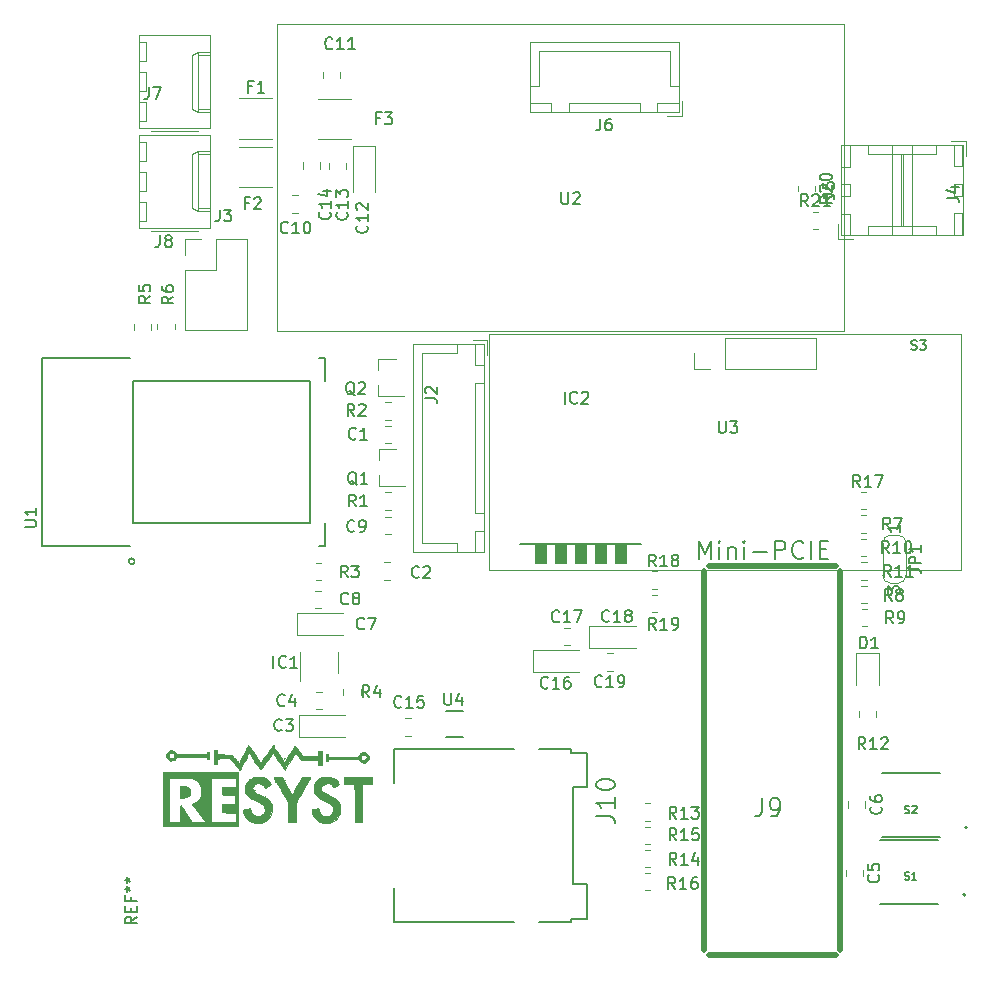
<source format=gbr>
%TF.GenerationSoftware,KiCad,Pcbnew,(5.1.9)-1*%
%TF.CreationDate,2021-11-29T10:56:02+07:00*%
%TF.ProjectId,Hackathon_PCB,4861636b-6174-4686-9f6e-5f5043422e6b,rev?*%
%TF.SameCoordinates,Original*%
%TF.FileFunction,Legend,Top*%
%TF.FilePolarity,Positive*%
%FSLAX46Y46*%
G04 Gerber Fmt 4.6, Leading zero omitted, Abs format (unit mm)*
G04 Created by KiCad (PCBNEW (5.1.9)-1) date 2021-11-29 10:56:02*
%MOMM*%
%LPD*%
G01*
G04 APERTURE LIST*
%ADD10C,0.010000*%
%ADD11C,0.500000*%
%ADD12C,0.120000*%
%ADD13C,0.200000*%
%ADD14C,0.127000*%
%ADD15C,0.203200*%
%ADD16C,0.152400*%
%ADD17C,0.150000*%
G04 APERTURE END LIST*
D10*
%TO.C,G\u002A\u002A\u002A*%
G36*
X73895260Y-96605130D02*
G01*
X74103825Y-96628848D01*
X74270798Y-96685571D01*
X74394226Y-96774059D01*
X74472155Y-96893072D01*
X74497649Y-96987308D01*
X74501985Y-97165323D01*
X74458106Y-97314891D01*
X74366917Y-97434389D01*
X74229325Y-97522198D01*
X74189666Y-97538314D01*
X74113601Y-97557758D01*
X74013680Y-97571961D01*
X73905186Y-97580282D01*
X73803398Y-97582082D01*
X73723599Y-97576722D01*
X73681070Y-97563562D01*
X73678290Y-97559710D01*
X73674653Y-97521989D01*
X73672401Y-97438015D01*
X73671623Y-97317964D01*
X73672411Y-97172013D01*
X73673883Y-97063361D01*
X73681666Y-96598777D01*
X73895260Y-96605130D01*
G37*
X73895260Y-96605130D02*
X74103825Y-96628848D01*
X74270798Y-96685571D01*
X74394226Y-96774059D01*
X74472155Y-96893072D01*
X74497649Y-96987308D01*
X74501985Y-97165323D01*
X74458106Y-97314891D01*
X74366917Y-97434389D01*
X74229325Y-97522198D01*
X74189666Y-97538314D01*
X74113601Y-97557758D01*
X74013680Y-97571961D01*
X73905186Y-97580282D01*
X73803398Y-97582082D01*
X73723599Y-97576722D01*
X73681070Y-97563562D01*
X73678290Y-97559710D01*
X73674653Y-97521989D01*
X73672401Y-97438015D01*
X73671623Y-97317964D01*
X73672411Y-97172013D01*
X73673883Y-97063361D01*
X73681666Y-96598777D01*
X73895260Y-96605130D01*
G36*
X81598000Y-93155666D02*
G01*
X81583889Y-93169777D01*
X81569777Y-93155666D01*
X81583889Y-93141555D01*
X81598000Y-93155666D01*
G37*
X81598000Y-93155666D02*
X81583889Y-93169777D01*
X81569777Y-93155666D01*
X81583889Y-93141555D01*
X81598000Y-93155666D01*
G36*
X88879333Y-93804777D02*
G01*
X88865222Y-93818889D01*
X88851111Y-93804777D01*
X88865222Y-93790666D01*
X88879333Y-93804777D01*
G37*
X88879333Y-93804777D02*
X88865222Y-93818889D01*
X88851111Y-93804777D01*
X88865222Y-93790666D01*
X88879333Y-93804777D01*
G36*
X82501111Y-94256333D02*
G01*
X82487000Y-94270444D01*
X82472889Y-94256333D01*
X82487000Y-94242222D01*
X82501111Y-94256333D01*
G37*
X82501111Y-94256333D02*
X82487000Y-94270444D01*
X82472889Y-94256333D01*
X82487000Y-94242222D01*
X82501111Y-94256333D01*
G36*
X73046310Y-93587456D02*
G01*
X73178191Y-93649879D01*
X73283202Y-93753183D01*
X73305517Y-93788082D01*
X73371222Y-93903120D01*
X74648277Y-93903338D01*
X74985901Y-93902775D01*
X75273845Y-93900978D01*
X75510961Y-93897974D01*
X75696101Y-93893788D01*
X75828116Y-93888443D01*
X75905859Y-93881966D01*
X75928469Y-93875333D01*
X75931991Y-93826067D01*
X75933966Y-93783611D01*
X75954087Y-93714509D01*
X76012533Y-93682330D01*
X76059389Y-93678210D01*
X76086620Y-93680229D01*
X76104686Y-93693123D01*
X76115467Y-93726480D01*
X76120842Y-93789892D01*
X76122689Y-93892947D01*
X76122889Y-94002333D01*
X76122889Y-94326889D01*
X76041513Y-94326889D01*
X75970636Y-94305291D01*
X75936786Y-94243048D01*
X75939877Y-94155305D01*
X75940765Y-94142593D01*
X75934912Y-94132041D01*
X75917553Y-94123449D01*
X75883925Y-94116614D01*
X75829262Y-94111337D01*
X75748800Y-94107416D01*
X75637772Y-94104650D01*
X75491415Y-94102839D01*
X75304963Y-94101780D01*
X75073652Y-94101274D01*
X74792716Y-94101119D01*
X74655037Y-94101111D01*
X73359759Y-94101111D01*
X73312622Y-94200444D01*
X73257175Y-94284978D01*
X73186135Y-94356150D01*
X73180692Y-94360156D01*
X73085531Y-94403365D01*
X72960734Y-94427862D01*
X72831080Y-94429934D01*
X72772084Y-94421381D01*
X72706344Y-94385990D01*
X72632460Y-94315885D01*
X72564530Y-94228225D01*
X72516656Y-94140174D01*
X72503441Y-94094414D01*
X72504125Y-94010756D01*
X72682892Y-94010756D01*
X72704370Y-94111225D01*
X72755856Y-94176331D01*
X72839115Y-94220405D01*
X72934927Y-94239282D01*
X73024072Y-94228796D01*
X73080999Y-94192833D01*
X73148098Y-94100677D01*
X73171081Y-94020440D01*
X73154202Y-93934953D01*
X73148481Y-93920582D01*
X73086138Y-93825918D01*
X73004713Y-93774698D01*
X72914820Y-93762364D01*
X72827077Y-93784359D01*
X72752097Y-93836128D01*
X72700497Y-93913112D01*
X72682892Y-94010756D01*
X72504125Y-94010756D01*
X72504736Y-93936235D01*
X72552550Y-93793830D01*
X72641261Y-93678106D01*
X72756482Y-93603585D01*
X72901194Y-93570497D01*
X73046310Y-93587456D01*
G37*
X73046310Y-93587456D02*
X73178191Y-93649879D01*
X73283202Y-93753183D01*
X73305517Y-93788082D01*
X73371222Y-93903120D01*
X74648277Y-93903338D01*
X74985901Y-93902775D01*
X75273845Y-93900978D01*
X75510961Y-93897974D01*
X75696101Y-93893788D01*
X75828116Y-93888443D01*
X75905859Y-93881966D01*
X75928469Y-93875333D01*
X75931991Y-93826067D01*
X75933966Y-93783611D01*
X75954087Y-93714509D01*
X76012533Y-93682330D01*
X76059389Y-93678210D01*
X76086620Y-93680229D01*
X76104686Y-93693123D01*
X76115467Y-93726480D01*
X76120842Y-93789892D01*
X76122689Y-93892947D01*
X76122889Y-94002333D01*
X76122889Y-94326889D01*
X76041513Y-94326889D01*
X75970636Y-94305291D01*
X75936786Y-94243048D01*
X75939877Y-94155305D01*
X75940765Y-94142593D01*
X75934912Y-94132041D01*
X75917553Y-94123449D01*
X75883925Y-94116614D01*
X75829262Y-94111337D01*
X75748800Y-94107416D01*
X75637772Y-94104650D01*
X75491415Y-94102839D01*
X75304963Y-94101780D01*
X75073652Y-94101274D01*
X74792716Y-94101119D01*
X74655037Y-94101111D01*
X73359759Y-94101111D01*
X73312622Y-94200444D01*
X73257175Y-94284978D01*
X73186135Y-94356150D01*
X73180692Y-94360156D01*
X73085531Y-94403365D01*
X72960734Y-94427862D01*
X72831080Y-94429934D01*
X72772084Y-94421381D01*
X72706344Y-94385990D01*
X72632460Y-94315885D01*
X72564530Y-94228225D01*
X72516656Y-94140174D01*
X72503441Y-94094414D01*
X72504125Y-94010756D01*
X72682892Y-94010756D01*
X72704370Y-94111225D01*
X72755856Y-94176331D01*
X72839115Y-94220405D01*
X72934927Y-94239282D01*
X73024072Y-94228796D01*
X73080999Y-94192833D01*
X73148098Y-94100677D01*
X73171081Y-94020440D01*
X73154202Y-93934953D01*
X73148481Y-93920582D01*
X73086138Y-93825918D01*
X73004713Y-93774698D01*
X72914820Y-93762364D01*
X72827077Y-93784359D01*
X72752097Y-93836128D01*
X72700497Y-93913112D01*
X72682892Y-94010756D01*
X72504125Y-94010756D01*
X72504736Y-93936235D01*
X72552550Y-93793830D01*
X72641261Y-93678106D01*
X72756482Y-93603585D01*
X72901194Y-93570497D01*
X73046310Y-93587456D01*
G36*
X78578222Y-94482111D02*
G01*
X78564111Y-94496222D01*
X78550000Y-94482111D01*
X78564111Y-94468000D01*
X78578222Y-94482111D01*
G37*
X78578222Y-94482111D02*
X78564111Y-94496222D01*
X78550000Y-94482111D01*
X78564111Y-94468000D01*
X78578222Y-94482111D01*
G36*
X89390145Y-93778661D02*
G01*
X89501212Y-93851906D01*
X89583954Y-93962643D01*
X89597887Y-93993671D01*
X89631132Y-94140711D01*
X89616945Y-94279750D01*
X89562724Y-94403241D01*
X89475872Y-94503641D01*
X89363789Y-94573406D01*
X89233874Y-94604989D01*
X89093529Y-94590846D01*
X89033156Y-94569413D01*
X88961589Y-94524049D01*
X88884214Y-94454825D01*
X88820035Y-94380597D01*
X88790310Y-94328434D01*
X88761516Y-94323641D01*
X88682662Y-94318961D01*
X88560134Y-94314471D01*
X88400317Y-94310244D01*
X88209596Y-94306355D01*
X87994356Y-94302880D01*
X87760983Y-94299894D01*
X87515862Y-94297470D01*
X87265377Y-94295685D01*
X87015914Y-94294613D01*
X86773858Y-94294328D01*
X86545594Y-94294907D01*
X86337507Y-94296423D01*
X86205277Y-94298113D01*
X86180054Y-94324225D01*
X86170023Y-94393239D01*
X86170000Y-94397444D01*
X86165705Y-94463432D01*
X86141330Y-94490661D01*
X86079634Y-94496203D01*
X86070267Y-94496222D01*
X85970534Y-94496222D01*
X85978545Y-94192833D01*
X85979103Y-94171666D01*
X88964000Y-94171666D01*
X88971864Y-94260820D01*
X89002231Y-94319685D01*
X89038361Y-94353062D01*
X89141952Y-94403899D01*
X89249480Y-94399187D01*
X89356169Y-94339142D01*
X89356945Y-94338491D01*
X89424335Y-94254510D01*
X89444732Y-94165605D01*
X89425957Y-94080323D01*
X89375830Y-94007212D01*
X89302171Y-93954819D01*
X89212801Y-93931694D01*
X89115540Y-93946382D01*
X89038361Y-93990270D01*
X88988162Y-94042755D01*
X88966999Y-94109592D01*
X88964000Y-94171666D01*
X85979103Y-94171666D01*
X85986555Y-93889444D01*
X86078277Y-93880600D01*
X86136652Y-93878246D01*
X86162847Y-93896285D01*
X86169752Y-93949587D01*
X86170000Y-93986434D01*
X86170000Y-94101111D01*
X88753794Y-94101111D01*
X88809508Y-93981166D01*
X88890954Y-93864232D01*
X89001157Y-93785695D01*
X89128701Y-93745375D01*
X89262170Y-93743091D01*
X89390145Y-93778661D01*
G37*
X89390145Y-93778661D02*
X89501212Y-93851906D01*
X89583954Y-93962643D01*
X89597887Y-93993671D01*
X89631132Y-94140711D01*
X89616945Y-94279750D01*
X89562724Y-94403241D01*
X89475872Y-94503641D01*
X89363789Y-94573406D01*
X89233874Y-94604989D01*
X89093529Y-94590846D01*
X89033156Y-94569413D01*
X88961589Y-94524049D01*
X88884214Y-94454825D01*
X88820035Y-94380597D01*
X88790310Y-94328434D01*
X88761516Y-94323641D01*
X88682662Y-94318961D01*
X88560134Y-94314471D01*
X88400317Y-94310244D01*
X88209596Y-94306355D01*
X87994356Y-94302880D01*
X87760983Y-94299894D01*
X87515862Y-94297470D01*
X87265377Y-94295685D01*
X87015914Y-94294613D01*
X86773858Y-94294328D01*
X86545594Y-94294907D01*
X86337507Y-94296423D01*
X86205277Y-94298113D01*
X86180054Y-94324225D01*
X86170023Y-94393239D01*
X86170000Y-94397444D01*
X86165705Y-94463432D01*
X86141330Y-94490661D01*
X86079634Y-94496203D01*
X86070267Y-94496222D01*
X85970534Y-94496222D01*
X85978545Y-94192833D01*
X85979103Y-94171666D01*
X88964000Y-94171666D01*
X88971864Y-94260820D01*
X89002231Y-94319685D01*
X89038361Y-94353062D01*
X89141952Y-94403899D01*
X89249480Y-94399187D01*
X89356169Y-94339142D01*
X89356945Y-94338491D01*
X89424335Y-94254510D01*
X89444732Y-94165605D01*
X89425957Y-94080323D01*
X89375830Y-94007212D01*
X89302171Y-93954819D01*
X89212801Y-93931694D01*
X89115540Y-93946382D01*
X89038361Y-93990270D01*
X88988162Y-94042755D01*
X88966999Y-94109592D01*
X88964000Y-94171666D01*
X85979103Y-94171666D01*
X85986555Y-93889444D01*
X86078277Y-93880600D01*
X86136652Y-93878246D01*
X86162847Y-93896285D01*
X86169752Y-93949587D01*
X86170000Y-93986434D01*
X86170000Y-94101111D01*
X88753794Y-94101111D01*
X88809508Y-93981166D01*
X88890954Y-93864232D01*
X89001157Y-93785695D01*
X89128701Y-93745375D01*
X89262170Y-93743091D01*
X89390145Y-93778661D01*
G36*
X81643135Y-93328811D02*
G01*
X81713664Y-93438900D01*
X81784816Y-93546818D01*
X81842029Y-93630509D01*
X81845530Y-93635444D01*
X81908165Y-93724979D01*
X81981231Y-93831666D01*
X82023027Y-93893715D01*
X82076615Y-93967490D01*
X82119714Y-94015167D01*
X82140954Y-94026305D01*
X82152339Y-94034591D01*
X82148608Y-94050256D01*
X82157449Y-94090224D01*
X82193334Y-94159521D01*
X82247851Y-94242222D01*
X82314471Y-94338211D01*
X82374030Y-94430870D01*
X82407953Y-94489692D01*
X82446093Y-94547319D01*
X82479766Y-94572500D01*
X82485095Y-94572116D01*
X82508563Y-94545674D01*
X82556849Y-94477073D01*
X82625938Y-94372676D01*
X82711815Y-94238849D01*
X82810465Y-94081956D01*
X82917875Y-93908362D01*
X83030027Y-93724431D01*
X83142909Y-93536530D01*
X83213920Y-93416722D01*
X83276795Y-93313392D01*
X83330520Y-93231304D01*
X83368099Y-93180801D01*
X83380933Y-93169777D01*
X83405600Y-93191126D01*
X83455108Y-93248738D01*
X83521467Y-93332962D01*
X83573685Y-93402611D01*
X83669752Y-93532417D01*
X83775875Y-93674568D01*
X83873468Y-93804199D01*
X83900682Y-93840055D01*
X84056417Y-94044666D01*
X85292638Y-94044666D01*
X85309222Y-93635444D01*
X85471500Y-93626980D01*
X85633777Y-93618516D01*
X85633777Y-94809483D01*
X85471500Y-94801019D01*
X85309222Y-94792555D01*
X85300940Y-94588426D01*
X85292657Y-94384297D01*
X84583533Y-94376759D01*
X83874409Y-94369222D01*
X83646371Y-94067152D01*
X83561549Y-93956032D01*
X83488866Y-93863149D01*
X83434977Y-93796834D01*
X83406539Y-93765422D01*
X83404222Y-93764000D01*
X83384118Y-93785990D01*
X83347391Y-93843722D01*
X83317352Y-93896737D01*
X83276138Y-93969204D01*
X83212622Y-94076868D01*
X83134386Y-94207046D01*
X83049016Y-94347051D01*
X83017979Y-94397444D01*
X82867701Y-94641355D01*
X82741536Y-94847520D01*
X82633416Y-95025890D01*
X82565970Y-95138277D01*
X82528372Y-95185945D01*
X82501299Y-95201777D01*
X82480861Y-95179355D01*
X82434276Y-95116821D01*
X82366336Y-95021273D01*
X82281830Y-94899809D01*
X82185551Y-94759528D01*
X82082289Y-94607529D01*
X81976835Y-94450909D01*
X81873980Y-94296767D01*
X81778515Y-94152202D01*
X81695230Y-94024312D01*
X81628918Y-93920194D01*
X81584369Y-93846948D01*
X81572695Y-93825944D01*
X81539847Y-93777869D01*
X81517275Y-93762444D01*
X81490702Y-93783774D01*
X81443273Y-93839461D01*
X81390201Y-93910611D01*
X81333234Y-93991128D01*
X81253806Y-94103339D01*
X81162085Y-94232882D01*
X81068240Y-94365392D01*
X81060711Y-94376023D01*
X80978873Y-94493364D01*
X80910368Y-94595026D01*
X80861189Y-94671850D01*
X80837328Y-94714678D01*
X80836000Y-94719393D01*
X80817002Y-94753553D01*
X80814304Y-94754926D01*
X80789252Y-94780970D01*
X80741254Y-94842253D01*
X80679121Y-94927346D01*
X80654793Y-94961889D01*
X80576836Y-95073329D01*
X80524110Y-95144553D01*
X80489039Y-95181277D01*
X80464047Y-95189216D01*
X80441557Y-95174084D01*
X80414988Y-95142795D01*
X80366550Y-95079996D01*
X80297269Y-94984515D01*
X80213945Y-94866329D01*
X80123379Y-94735417D01*
X80032371Y-94601757D01*
X79947720Y-94475326D01*
X79876227Y-94366103D01*
X79825001Y-94284555D01*
X79904666Y-94284555D01*
X79918777Y-94298666D01*
X79932889Y-94284555D01*
X79918777Y-94270444D01*
X79904666Y-94284555D01*
X79825001Y-94284555D01*
X79824693Y-94284066D01*
X79801225Y-94242222D01*
X79770248Y-94185179D01*
X79720386Y-94104162D01*
X79690811Y-94058777D01*
X79961111Y-94058777D01*
X79975222Y-94072889D01*
X79989333Y-94058777D01*
X79975222Y-94044666D01*
X79961111Y-94058777D01*
X79690811Y-94058777D01*
X79659844Y-94011259D01*
X79653777Y-94002333D01*
X79820000Y-94002333D01*
X79834111Y-94016444D01*
X79848222Y-94002333D01*
X79834111Y-93988222D01*
X79820000Y-94002333D01*
X79653777Y-94002333D01*
X79596830Y-93918557D01*
X79539549Y-93838141D01*
X79513747Y-93804777D01*
X79791777Y-93804777D01*
X79805889Y-93818889D01*
X79820000Y-93804777D01*
X79805889Y-93790666D01*
X79791777Y-93804777D01*
X79513747Y-93804777D01*
X79496209Y-93782099D01*
X79475472Y-93762444D01*
X79457744Y-93786786D01*
X79418710Y-93855590D01*
X79361678Y-93962522D01*
X79289956Y-94101248D01*
X79206852Y-94265435D01*
X79115674Y-94448750D01*
X79093168Y-94494459D01*
X79000281Y-94681558D01*
X78914291Y-94851118D01*
X78838569Y-94996777D01*
X78776486Y-95112176D01*
X78731413Y-95190954D01*
X78706722Y-95226750D01*
X78704249Y-95228237D01*
X78673426Y-95208690D01*
X78618984Y-95155463D01*
X78551925Y-95079457D01*
X78542241Y-95067722D01*
X78471594Y-94982066D01*
X78410750Y-94909472D01*
X78372170Y-94864796D01*
X78370637Y-94863111D01*
X78334597Y-94821106D01*
X78311012Y-94792555D01*
X78606444Y-94792555D01*
X78620555Y-94806666D01*
X78634666Y-94792555D01*
X78620555Y-94778444D01*
X78606444Y-94792555D01*
X78311012Y-94792555D01*
X78276042Y-94750222D01*
X78550000Y-94750222D01*
X78560326Y-94773452D01*
X78568814Y-94769037D01*
X78572192Y-94735543D01*
X78568814Y-94731407D01*
X78552036Y-94735281D01*
X78550000Y-94750222D01*
X78276042Y-94750222D01*
X78275420Y-94749470D01*
X78205105Y-94662750D01*
X78196026Y-94651444D01*
X78129010Y-94568857D01*
X78075295Y-94504440D01*
X78044849Y-94470108D01*
X78042555Y-94468000D01*
X78016319Y-94438644D01*
X77970117Y-94380484D01*
X77944972Y-94347446D01*
X77918937Y-94312777D01*
X78183111Y-94312777D01*
X78197222Y-94326889D01*
X78211333Y-94312777D01*
X78197222Y-94298666D01*
X78183111Y-94312777D01*
X77918937Y-94312777D01*
X77865038Y-94241004D01*
X77339686Y-94248669D01*
X77151873Y-94252025D01*
X77013407Y-94256273D01*
X76917188Y-94262082D01*
X76856118Y-94270124D01*
X76823098Y-94281069D01*
X76811031Y-94295588D01*
X76810533Y-94298666D01*
X76808028Y-94348124D01*
X76805363Y-94433805D01*
X76803477Y-94518839D01*
X76800222Y-94696678D01*
X76645000Y-94690398D01*
X76489777Y-94684118D01*
X76489777Y-94595000D01*
X76546222Y-94595000D01*
X76560333Y-94609111D01*
X76574444Y-94595000D01*
X76560333Y-94580889D01*
X76546222Y-94595000D01*
X76489777Y-94595000D01*
X76489777Y-94137423D01*
X77990104Y-94137423D01*
X77996971Y-94153195D01*
X78025388Y-94183492D01*
X78041725Y-94177277D01*
X78042000Y-94173332D01*
X78021954Y-94149461D01*
X78009417Y-94140749D01*
X77990104Y-94137423D01*
X76489777Y-94137423D01*
X76489777Y-94115222D01*
X78042000Y-94115222D01*
X78056111Y-94129333D01*
X78070222Y-94115222D01*
X78056111Y-94101111D01*
X78042000Y-94115222D01*
X76489777Y-94115222D01*
X76489777Y-93536666D01*
X76797643Y-93536666D01*
X76814333Y-93917666D01*
X78027889Y-93933068D01*
X78168814Y-94113287D01*
X78236464Y-94195032D01*
X78292333Y-94253802D01*
X78326933Y-94279897D01*
X78331791Y-94279877D01*
X78347360Y-94283997D01*
X78346088Y-94289876D01*
X78357487Y-94323330D01*
X78395688Y-94382937D01*
X78450656Y-94456431D01*
X78512359Y-94531543D01*
X78570764Y-94596008D01*
X78615838Y-94637556D01*
X78636712Y-94645218D01*
X78654174Y-94615254D01*
X78693474Y-94541265D01*
X78751277Y-94429745D01*
X78760587Y-94411555D01*
X78860444Y-94411555D01*
X78870770Y-94434785D01*
X78879259Y-94430370D01*
X78882637Y-94396877D01*
X78879259Y-94392740D01*
X78862481Y-94396614D01*
X78860444Y-94411555D01*
X78760587Y-94411555D01*
X78824244Y-94287189D01*
X78909040Y-94120090D01*
X78968371Y-94002333D01*
X79227333Y-94002333D01*
X79241444Y-94016444D01*
X79255555Y-94002333D01*
X79241444Y-93988222D01*
X79227333Y-94002333D01*
X78968371Y-94002333D01*
X79002327Y-93934942D01*
X79028693Y-93882389D01*
X79039428Y-93861222D01*
X79142666Y-93861222D01*
X79156777Y-93875333D01*
X79170889Y-93861222D01*
X79156777Y-93847111D01*
X79142666Y-93861222D01*
X79039428Y-93861222D01*
X79123957Y-93694550D01*
X79198671Y-93550777D01*
X79453111Y-93550777D01*
X79467222Y-93564889D01*
X79481333Y-93550777D01*
X79622444Y-93550777D01*
X79636555Y-93564889D01*
X79650666Y-93550777D01*
X79636555Y-93536666D01*
X79622444Y-93550777D01*
X79481333Y-93550777D01*
X79467222Y-93536666D01*
X79453111Y-93550777D01*
X79198671Y-93550777D01*
X79212447Y-93524269D01*
X79273708Y-93409666D01*
X79368444Y-93409666D01*
X79382555Y-93423777D01*
X79396666Y-93409666D01*
X79382555Y-93395555D01*
X79368444Y-93409666D01*
X79273708Y-93409666D01*
X79290737Y-93377810D01*
X79355401Y-93261440D01*
X79403010Y-93181424D01*
X79430137Y-93144029D01*
X79433629Y-93142049D01*
X79460694Y-93164588D01*
X79511452Y-93226022D01*
X79579252Y-93317652D01*
X79657447Y-93430775D01*
X79678889Y-93462981D01*
X79757467Y-93578885D01*
X79826023Y-93674296D01*
X79878338Y-93740980D01*
X79908197Y-93770706D01*
X79911722Y-93771266D01*
X79929867Y-93782818D01*
X79932889Y-93804255D01*
X79948032Y-93856997D01*
X79984639Y-93918197D01*
X80029473Y-93970856D01*
X80069299Y-93997972D01*
X80082848Y-93996864D01*
X80097333Y-93998219D01*
X80091532Y-94010908D01*
X80099908Y-94042760D01*
X80133340Y-94109568D01*
X80184684Y-94199931D01*
X80246796Y-94302448D01*
X80312529Y-94405718D01*
X80374739Y-94498339D01*
X80426282Y-94568911D01*
X80460010Y-94606031D01*
X80466359Y-94609011D01*
X80487602Y-94587031D01*
X80534384Y-94526740D01*
X80600494Y-94436493D01*
X80679723Y-94324647D01*
X80709000Y-94282527D01*
X80797782Y-94155355D01*
X80881708Y-94037239D01*
X80952377Y-93939862D01*
X81001389Y-93874906D01*
X81008250Y-93866349D01*
X81066163Y-93789184D01*
X81113284Y-93715896D01*
X81118692Y-93706000D01*
X81154617Y-93646501D01*
X81211502Y-93561563D01*
X81269329Y-93480222D01*
X81340413Y-93383053D01*
X81409264Y-93288778D01*
X81452075Y-93230034D01*
X81521154Y-93135068D01*
X81643135Y-93328811D01*
G37*
X81643135Y-93328811D02*
X81713664Y-93438900D01*
X81784816Y-93546818D01*
X81842029Y-93630509D01*
X81845530Y-93635444D01*
X81908165Y-93724979D01*
X81981231Y-93831666D01*
X82023027Y-93893715D01*
X82076615Y-93967490D01*
X82119714Y-94015167D01*
X82140954Y-94026305D01*
X82152339Y-94034591D01*
X82148608Y-94050256D01*
X82157449Y-94090224D01*
X82193334Y-94159521D01*
X82247851Y-94242222D01*
X82314471Y-94338211D01*
X82374030Y-94430870D01*
X82407953Y-94489692D01*
X82446093Y-94547319D01*
X82479766Y-94572500D01*
X82485095Y-94572116D01*
X82508563Y-94545674D01*
X82556849Y-94477073D01*
X82625938Y-94372676D01*
X82711815Y-94238849D01*
X82810465Y-94081956D01*
X82917875Y-93908362D01*
X83030027Y-93724431D01*
X83142909Y-93536530D01*
X83213920Y-93416722D01*
X83276795Y-93313392D01*
X83330520Y-93231304D01*
X83368099Y-93180801D01*
X83380933Y-93169777D01*
X83405600Y-93191126D01*
X83455108Y-93248738D01*
X83521467Y-93332962D01*
X83573685Y-93402611D01*
X83669752Y-93532417D01*
X83775875Y-93674568D01*
X83873468Y-93804199D01*
X83900682Y-93840055D01*
X84056417Y-94044666D01*
X85292638Y-94044666D01*
X85309222Y-93635444D01*
X85471500Y-93626980D01*
X85633777Y-93618516D01*
X85633777Y-94809483D01*
X85471500Y-94801019D01*
X85309222Y-94792555D01*
X85300940Y-94588426D01*
X85292657Y-94384297D01*
X84583533Y-94376759D01*
X83874409Y-94369222D01*
X83646371Y-94067152D01*
X83561549Y-93956032D01*
X83488866Y-93863149D01*
X83434977Y-93796834D01*
X83406539Y-93765422D01*
X83404222Y-93764000D01*
X83384118Y-93785990D01*
X83347391Y-93843722D01*
X83317352Y-93896737D01*
X83276138Y-93969204D01*
X83212622Y-94076868D01*
X83134386Y-94207046D01*
X83049016Y-94347051D01*
X83017979Y-94397444D01*
X82867701Y-94641355D01*
X82741536Y-94847520D01*
X82633416Y-95025890D01*
X82565970Y-95138277D01*
X82528372Y-95185945D01*
X82501299Y-95201777D01*
X82480861Y-95179355D01*
X82434276Y-95116821D01*
X82366336Y-95021273D01*
X82281830Y-94899809D01*
X82185551Y-94759528D01*
X82082289Y-94607529D01*
X81976835Y-94450909D01*
X81873980Y-94296767D01*
X81778515Y-94152202D01*
X81695230Y-94024312D01*
X81628918Y-93920194D01*
X81584369Y-93846948D01*
X81572695Y-93825944D01*
X81539847Y-93777869D01*
X81517275Y-93762444D01*
X81490702Y-93783774D01*
X81443273Y-93839461D01*
X81390201Y-93910611D01*
X81333234Y-93991128D01*
X81253806Y-94103339D01*
X81162085Y-94232882D01*
X81068240Y-94365392D01*
X81060711Y-94376023D01*
X80978873Y-94493364D01*
X80910368Y-94595026D01*
X80861189Y-94671850D01*
X80837328Y-94714678D01*
X80836000Y-94719393D01*
X80817002Y-94753553D01*
X80814304Y-94754926D01*
X80789252Y-94780970D01*
X80741254Y-94842253D01*
X80679121Y-94927346D01*
X80654793Y-94961889D01*
X80576836Y-95073329D01*
X80524110Y-95144553D01*
X80489039Y-95181277D01*
X80464047Y-95189216D01*
X80441557Y-95174084D01*
X80414988Y-95142795D01*
X80366550Y-95079996D01*
X80297269Y-94984515D01*
X80213945Y-94866329D01*
X80123379Y-94735417D01*
X80032371Y-94601757D01*
X79947720Y-94475326D01*
X79876227Y-94366103D01*
X79825001Y-94284555D01*
X79904666Y-94284555D01*
X79918777Y-94298666D01*
X79932889Y-94284555D01*
X79918777Y-94270444D01*
X79904666Y-94284555D01*
X79825001Y-94284555D01*
X79824693Y-94284066D01*
X79801225Y-94242222D01*
X79770248Y-94185179D01*
X79720386Y-94104162D01*
X79690811Y-94058777D01*
X79961111Y-94058777D01*
X79975222Y-94072889D01*
X79989333Y-94058777D01*
X79975222Y-94044666D01*
X79961111Y-94058777D01*
X79690811Y-94058777D01*
X79659844Y-94011259D01*
X79653777Y-94002333D01*
X79820000Y-94002333D01*
X79834111Y-94016444D01*
X79848222Y-94002333D01*
X79834111Y-93988222D01*
X79820000Y-94002333D01*
X79653777Y-94002333D01*
X79596830Y-93918557D01*
X79539549Y-93838141D01*
X79513747Y-93804777D01*
X79791777Y-93804777D01*
X79805889Y-93818889D01*
X79820000Y-93804777D01*
X79805889Y-93790666D01*
X79791777Y-93804777D01*
X79513747Y-93804777D01*
X79496209Y-93782099D01*
X79475472Y-93762444D01*
X79457744Y-93786786D01*
X79418710Y-93855590D01*
X79361678Y-93962522D01*
X79289956Y-94101248D01*
X79206852Y-94265435D01*
X79115674Y-94448750D01*
X79093168Y-94494459D01*
X79000281Y-94681558D01*
X78914291Y-94851118D01*
X78838569Y-94996777D01*
X78776486Y-95112176D01*
X78731413Y-95190954D01*
X78706722Y-95226750D01*
X78704249Y-95228237D01*
X78673426Y-95208690D01*
X78618984Y-95155463D01*
X78551925Y-95079457D01*
X78542241Y-95067722D01*
X78471594Y-94982066D01*
X78410750Y-94909472D01*
X78372170Y-94864796D01*
X78370637Y-94863111D01*
X78334597Y-94821106D01*
X78311012Y-94792555D01*
X78606444Y-94792555D01*
X78620555Y-94806666D01*
X78634666Y-94792555D01*
X78620555Y-94778444D01*
X78606444Y-94792555D01*
X78311012Y-94792555D01*
X78276042Y-94750222D01*
X78550000Y-94750222D01*
X78560326Y-94773452D01*
X78568814Y-94769037D01*
X78572192Y-94735543D01*
X78568814Y-94731407D01*
X78552036Y-94735281D01*
X78550000Y-94750222D01*
X78276042Y-94750222D01*
X78275420Y-94749470D01*
X78205105Y-94662750D01*
X78196026Y-94651444D01*
X78129010Y-94568857D01*
X78075295Y-94504440D01*
X78044849Y-94470108D01*
X78042555Y-94468000D01*
X78016319Y-94438644D01*
X77970117Y-94380484D01*
X77944972Y-94347446D01*
X77918937Y-94312777D01*
X78183111Y-94312777D01*
X78197222Y-94326889D01*
X78211333Y-94312777D01*
X78197222Y-94298666D01*
X78183111Y-94312777D01*
X77918937Y-94312777D01*
X77865038Y-94241004D01*
X77339686Y-94248669D01*
X77151873Y-94252025D01*
X77013407Y-94256273D01*
X76917188Y-94262082D01*
X76856118Y-94270124D01*
X76823098Y-94281069D01*
X76811031Y-94295588D01*
X76810533Y-94298666D01*
X76808028Y-94348124D01*
X76805363Y-94433805D01*
X76803477Y-94518839D01*
X76800222Y-94696678D01*
X76645000Y-94690398D01*
X76489777Y-94684118D01*
X76489777Y-94595000D01*
X76546222Y-94595000D01*
X76560333Y-94609111D01*
X76574444Y-94595000D01*
X76560333Y-94580889D01*
X76546222Y-94595000D01*
X76489777Y-94595000D01*
X76489777Y-94137423D01*
X77990104Y-94137423D01*
X77996971Y-94153195D01*
X78025388Y-94183492D01*
X78041725Y-94177277D01*
X78042000Y-94173332D01*
X78021954Y-94149461D01*
X78009417Y-94140749D01*
X77990104Y-94137423D01*
X76489777Y-94137423D01*
X76489777Y-94115222D01*
X78042000Y-94115222D01*
X78056111Y-94129333D01*
X78070222Y-94115222D01*
X78056111Y-94101111D01*
X78042000Y-94115222D01*
X76489777Y-94115222D01*
X76489777Y-93536666D01*
X76797643Y-93536666D01*
X76814333Y-93917666D01*
X78027889Y-93933068D01*
X78168814Y-94113287D01*
X78236464Y-94195032D01*
X78292333Y-94253802D01*
X78326933Y-94279897D01*
X78331791Y-94279877D01*
X78347360Y-94283997D01*
X78346088Y-94289876D01*
X78357487Y-94323330D01*
X78395688Y-94382937D01*
X78450656Y-94456431D01*
X78512359Y-94531543D01*
X78570764Y-94596008D01*
X78615838Y-94637556D01*
X78636712Y-94645218D01*
X78654174Y-94615254D01*
X78693474Y-94541265D01*
X78751277Y-94429745D01*
X78760587Y-94411555D01*
X78860444Y-94411555D01*
X78870770Y-94434785D01*
X78879259Y-94430370D01*
X78882637Y-94396877D01*
X78879259Y-94392740D01*
X78862481Y-94396614D01*
X78860444Y-94411555D01*
X78760587Y-94411555D01*
X78824244Y-94287189D01*
X78909040Y-94120090D01*
X78968371Y-94002333D01*
X79227333Y-94002333D01*
X79241444Y-94016444D01*
X79255555Y-94002333D01*
X79241444Y-93988222D01*
X79227333Y-94002333D01*
X78968371Y-94002333D01*
X79002327Y-93934942D01*
X79028693Y-93882389D01*
X79039428Y-93861222D01*
X79142666Y-93861222D01*
X79156777Y-93875333D01*
X79170889Y-93861222D01*
X79156777Y-93847111D01*
X79142666Y-93861222D01*
X79039428Y-93861222D01*
X79123957Y-93694550D01*
X79198671Y-93550777D01*
X79453111Y-93550777D01*
X79467222Y-93564889D01*
X79481333Y-93550777D01*
X79622444Y-93550777D01*
X79636555Y-93564889D01*
X79650666Y-93550777D01*
X79636555Y-93536666D01*
X79622444Y-93550777D01*
X79481333Y-93550777D01*
X79467222Y-93536666D01*
X79453111Y-93550777D01*
X79198671Y-93550777D01*
X79212447Y-93524269D01*
X79273708Y-93409666D01*
X79368444Y-93409666D01*
X79382555Y-93423777D01*
X79396666Y-93409666D01*
X79382555Y-93395555D01*
X79368444Y-93409666D01*
X79273708Y-93409666D01*
X79290737Y-93377810D01*
X79355401Y-93261440D01*
X79403010Y-93181424D01*
X79430137Y-93144029D01*
X79433629Y-93142049D01*
X79460694Y-93164588D01*
X79511452Y-93226022D01*
X79579252Y-93317652D01*
X79657447Y-93430775D01*
X79678889Y-93462981D01*
X79757467Y-93578885D01*
X79826023Y-93674296D01*
X79878338Y-93740980D01*
X79908197Y-93770706D01*
X79911722Y-93771266D01*
X79929867Y-93782818D01*
X79932889Y-93804255D01*
X79948032Y-93856997D01*
X79984639Y-93918197D01*
X80029473Y-93970856D01*
X80069299Y-93997972D01*
X80082848Y-93996864D01*
X80097333Y-93998219D01*
X80091532Y-94010908D01*
X80099908Y-94042760D01*
X80133340Y-94109568D01*
X80184684Y-94199931D01*
X80246796Y-94302448D01*
X80312529Y-94405718D01*
X80374739Y-94498339D01*
X80426282Y-94568911D01*
X80460010Y-94606031D01*
X80466359Y-94609011D01*
X80487602Y-94587031D01*
X80534384Y-94526740D01*
X80600494Y-94436493D01*
X80679723Y-94324647D01*
X80709000Y-94282527D01*
X80797782Y-94155355D01*
X80881708Y-94037239D01*
X80952377Y-93939862D01*
X81001389Y-93874906D01*
X81008250Y-93866349D01*
X81066163Y-93789184D01*
X81113284Y-93715896D01*
X81118692Y-93706000D01*
X81154617Y-93646501D01*
X81211502Y-93561563D01*
X81269329Y-93480222D01*
X81340413Y-93383053D01*
X81409264Y-93288778D01*
X81452075Y-93230034D01*
X81521154Y-93135068D01*
X81643135Y-93328811D01*
G36*
X82501111Y-96119000D02*
G01*
X82487000Y-96133111D01*
X82472889Y-96119000D01*
X82487000Y-96104889D01*
X82501111Y-96119000D01*
G37*
X82501111Y-96119000D02*
X82487000Y-96133111D01*
X82472889Y-96119000D01*
X82487000Y-96104889D01*
X82501111Y-96119000D01*
G36*
X81739111Y-96203666D02*
G01*
X81725000Y-96217777D01*
X81710889Y-96203666D01*
X81725000Y-96189555D01*
X81739111Y-96203666D01*
G37*
X81739111Y-96203666D02*
X81725000Y-96217777D01*
X81710889Y-96203666D01*
X81725000Y-96189555D01*
X81739111Y-96203666D01*
G36*
X79961111Y-96965666D02*
G01*
X79947000Y-96979777D01*
X79932889Y-96965666D01*
X79947000Y-96951555D01*
X79961111Y-96965666D01*
G37*
X79961111Y-96965666D02*
X79947000Y-96979777D01*
X79932889Y-96965666D01*
X79947000Y-96951555D01*
X79961111Y-96965666D01*
G36*
X80864222Y-97473666D02*
G01*
X80850111Y-97487777D01*
X80836000Y-97473666D01*
X80850111Y-97459555D01*
X80864222Y-97473666D01*
G37*
X80864222Y-97473666D02*
X80850111Y-97487777D01*
X80836000Y-97473666D01*
X80850111Y-97459555D01*
X80864222Y-97473666D01*
G36*
X86424000Y-98179222D02*
G01*
X86409889Y-98193333D01*
X86395777Y-98179222D01*
X86409889Y-98165111D01*
X86424000Y-98179222D01*
G37*
X86424000Y-98179222D02*
X86409889Y-98193333D01*
X86395777Y-98179222D01*
X86409889Y-98165111D01*
X86424000Y-98179222D01*
G36*
X89889268Y-96139144D02*
G01*
X89881222Y-96428028D01*
X89542555Y-96423447D01*
X89402276Y-96422917D01*
X89276077Y-96424926D01*
X89178452Y-96429089D01*
X89126277Y-96434501D01*
X89048666Y-96450135D01*
X89048666Y-99660889D01*
X88427777Y-99660889D01*
X88427777Y-98055241D01*
X88427620Y-97708801D01*
X88427077Y-97414648D01*
X88426042Y-97168622D01*
X88424410Y-96966568D01*
X88422075Y-96804327D01*
X88418932Y-96677742D01*
X88414874Y-96582655D01*
X88409797Y-96514909D01*
X88403593Y-96470346D01*
X88396158Y-96444808D01*
X88387385Y-96434138D01*
X88386536Y-96433768D01*
X88344300Y-96428104D01*
X88257287Y-96423614D01*
X88137158Y-96420676D01*
X87995574Y-96419671D01*
X87956147Y-96419775D01*
X87567000Y-96421607D01*
X87567000Y-95865000D01*
X88732157Y-95857630D01*
X89897314Y-95850261D01*
X89889268Y-96139144D01*
G37*
X89889268Y-96139144D02*
X89881222Y-96428028D01*
X89542555Y-96423447D01*
X89402276Y-96422917D01*
X89276077Y-96424926D01*
X89178452Y-96429089D01*
X89126277Y-96434501D01*
X89048666Y-96450135D01*
X89048666Y-99660889D01*
X88427777Y-99660889D01*
X88427777Y-98055241D01*
X88427620Y-97708801D01*
X88427077Y-97414648D01*
X88426042Y-97168622D01*
X88424410Y-96966568D01*
X88422075Y-96804327D01*
X88418932Y-96677742D01*
X88414874Y-96582655D01*
X88409797Y-96514909D01*
X88403593Y-96470346D01*
X88396158Y-96444808D01*
X88387385Y-96434138D01*
X88386536Y-96433768D01*
X88344300Y-96428104D01*
X88257287Y-96423614D01*
X88137158Y-96420676D01*
X87995574Y-96419671D01*
X87956147Y-96419775D01*
X87567000Y-96421607D01*
X87567000Y-95865000D01*
X88732157Y-95857630D01*
X89897314Y-95850261D01*
X89889268Y-96139144D01*
G36*
X82329856Y-95932856D02*
G01*
X82368783Y-95993038D01*
X82387838Y-96033318D01*
X82388222Y-96036321D01*
X82401911Y-96068645D01*
X82438500Y-96136752D01*
X82491271Y-96228375D01*
X82517208Y-96271853D01*
X82574962Y-96367682D01*
X82619268Y-96441448D01*
X82656338Y-96503851D01*
X82692383Y-96565594D01*
X82733615Y-96637377D01*
X82786245Y-96729902D01*
X82856484Y-96853871D01*
X82914453Y-96956254D01*
X83132851Y-97341953D01*
X83263431Y-97111476D01*
X83320875Y-97010534D01*
X83399037Y-96873820D01*
X83490403Y-96714442D01*
X83587462Y-96545506D01*
X83667228Y-96406959D01*
X83751837Y-96258979D01*
X83825791Y-96127382D01*
X83884749Y-96020077D01*
X83924371Y-95944974D01*
X83940318Y-95909980D01*
X83940444Y-95909034D01*
X83962967Y-95879666D01*
X83985086Y-95868019D01*
X84029232Y-95861019D01*
X84111614Y-95855881D01*
X84219092Y-95852626D01*
X84338528Y-95851276D01*
X84456783Y-95851851D01*
X84560718Y-95854373D01*
X84637195Y-95858863D01*
X84673074Y-95865342D01*
X84674222Y-95866905D01*
X84660674Y-95894923D01*
X84622732Y-95964491D01*
X84564450Y-96068410D01*
X84489883Y-96199479D01*
X84403085Y-96350497D01*
X84360391Y-96424294D01*
X84264035Y-96590722D01*
X84172907Y-96748508D01*
X84092351Y-96888369D01*
X84027709Y-97001026D01*
X83984323Y-97077199D01*
X83975626Y-97092666D01*
X83897631Y-97229713D01*
X83797148Y-97402202D01*
X83681470Y-97597627D01*
X83662815Y-97628889D01*
X83616925Y-97708650D01*
X83559555Y-97812288D01*
X83517323Y-97890731D01*
X83430837Y-98053797D01*
X83433393Y-98850287D01*
X83435950Y-99646777D01*
X83143465Y-99654731D01*
X83019998Y-99656179D01*
X82918099Y-99653796D01*
X82850603Y-99648093D01*
X82830576Y-99642279D01*
X82825413Y-99609847D01*
X82820886Y-99528268D01*
X82817153Y-99404838D01*
X82814376Y-99246853D01*
X82812713Y-99061608D01*
X82812325Y-98856400D01*
X82812416Y-98812816D01*
X82814662Y-98003757D01*
X82668228Y-97752823D01*
X82601223Y-97637001D01*
X82540557Y-97530356D01*
X82494847Y-97448122D01*
X82478383Y-97417222D01*
X82438574Y-97344345D01*
X82376998Y-97237248D01*
X82301685Y-97109649D01*
X82220667Y-96975267D01*
X82197532Y-96937444D01*
X82165779Y-96882332D01*
X82119383Y-96797991D01*
X82080672Y-96725777D01*
X82021198Y-96619114D01*
X81957433Y-96513160D01*
X81922558Y-96459531D01*
X81870775Y-96377607D01*
X81830658Y-96303397D01*
X81821557Y-96282492D01*
X81793222Y-96224053D01*
X81744953Y-96138889D01*
X81697229Y-96061357D01*
X81646137Y-95977512D01*
X81610317Y-95911132D01*
X81598000Y-95878563D01*
X81624925Y-95866724D01*
X81700600Y-95857763D01*
X81817376Y-95852307D01*
X81934745Y-95850889D01*
X82271489Y-95850889D01*
X82329856Y-95932856D01*
G37*
X82329856Y-95932856D02*
X82368783Y-95993038D01*
X82387838Y-96033318D01*
X82388222Y-96036321D01*
X82401911Y-96068645D01*
X82438500Y-96136752D01*
X82491271Y-96228375D01*
X82517208Y-96271853D01*
X82574962Y-96367682D01*
X82619268Y-96441448D01*
X82656338Y-96503851D01*
X82692383Y-96565594D01*
X82733615Y-96637377D01*
X82786245Y-96729902D01*
X82856484Y-96853871D01*
X82914453Y-96956254D01*
X83132851Y-97341953D01*
X83263431Y-97111476D01*
X83320875Y-97010534D01*
X83399037Y-96873820D01*
X83490403Y-96714442D01*
X83587462Y-96545506D01*
X83667228Y-96406959D01*
X83751837Y-96258979D01*
X83825791Y-96127382D01*
X83884749Y-96020077D01*
X83924371Y-95944974D01*
X83940318Y-95909980D01*
X83940444Y-95909034D01*
X83962967Y-95879666D01*
X83985086Y-95868019D01*
X84029232Y-95861019D01*
X84111614Y-95855881D01*
X84219092Y-95852626D01*
X84338528Y-95851276D01*
X84456783Y-95851851D01*
X84560718Y-95854373D01*
X84637195Y-95858863D01*
X84673074Y-95865342D01*
X84674222Y-95866905D01*
X84660674Y-95894923D01*
X84622732Y-95964491D01*
X84564450Y-96068410D01*
X84489883Y-96199479D01*
X84403085Y-96350497D01*
X84360391Y-96424294D01*
X84264035Y-96590722D01*
X84172907Y-96748508D01*
X84092351Y-96888369D01*
X84027709Y-97001026D01*
X83984323Y-97077199D01*
X83975626Y-97092666D01*
X83897631Y-97229713D01*
X83797148Y-97402202D01*
X83681470Y-97597627D01*
X83662815Y-97628889D01*
X83616925Y-97708650D01*
X83559555Y-97812288D01*
X83517323Y-97890731D01*
X83430837Y-98053797D01*
X83433393Y-98850287D01*
X83435950Y-99646777D01*
X83143465Y-99654731D01*
X83019998Y-99656179D01*
X82918099Y-99653796D01*
X82850603Y-99648093D01*
X82830576Y-99642279D01*
X82825413Y-99609847D01*
X82820886Y-99528268D01*
X82817153Y-99404838D01*
X82814376Y-99246853D01*
X82812713Y-99061608D01*
X82812325Y-98856400D01*
X82812416Y-98812816D01*
X82814662Y-98003757D01*
X82668228Y-97752823D01*
X82601223Y-97637001D01*
X82540557Y-97530356D01*
X82494847Y-97448122D01*
X82478383Y-97417222D01*
X82438574Y-97344345D01*
X82376998Y-97237248D01*
X82301685Y-97109649D01*
X82220667Y-96975267D01*
X82197532Y-96937444D01*
X82165779Y-96882332D01*
X82119383Y-96797991D01*
X82080672Y-96725777D01*
X82021198Y-96619114D01*
X81957433Y-96513160D01*
X81922558Y-96459531D01*
X81870775Y-96377607D01*
X81830658Y-96303397D01*
X81821557Y-96282492D01*
X81793222Y-96224053D01*
X81744953Y-96138889D01*
X81697229Y-96061357D01*
X81646137Y-95977512D01*
X81610317Y-95911132D01*
X81598000Y-95878563D01*
X81624925Y-95866724D01*
X81700600Y-95857763D01*
X81817376Y-95852307D01*
X81934745Y-95850889D01*
X82271489Y-95850889D01*
X82329856Y-95932856D01*
G36*
X86399921Y-95821590D02*
G01*
X86557905Y-95870852D01*
X86706438Y-95949869D01*
X86728208Y-95964096D01*
X86811829Y-96029462D01*
X86902162Y-96115118D01*
X86989139Y-96209470D01*
X87062687Y-96300924D01*
X87112736Y-96377887D01*
X87129370Y-96425937D01*
X87106310Y-96452897D01*
X87044554Y-96499107D01*
X86954981Y-96556825D01*
X86898014Y-96590548D01*
X86780461Y-96655744D01*
X86699538Y-96690637D01*
X86644056Y-96694913D01*
X86602827Y-96668257D01*
X86564663Y-96610358D01*
X86548982Y-96580764D01*
X86500042Y-96519251D01*
X86423434Y-96454809D01*
X86386085Y-96430542D01*
X86229538Y-96369695D01*
X86061904Y-96357281D01*
X85896752Y-96390957D01*
X85747650Y-96468379D01*
X85651439Y-96557372D01*
X85601087Y-96633913D01*
X85579904Y-96720754D01*
X85577333Y-96784306D01*
X85586529Y-96881341D01*
X85618096Y-96965152D01*
X85678004Y-97041063D01*
X85772223Y-97114399D01*
X85906722Y-97190485D01*
X86087471Y-97274648D01*
X86163748Y-97307414D01*
X86388733Y-97406085D01*
X86568939Y-97493899D01*
X86713611Y-97576362D01*
X86831991Y-97658975D01*
X86933322Y-97747244D01*
X86977276Y-97791813D01*
X87104206Y-97965313D01*
X87189167Y-98173590D01*
X87233133Y-98419098D01*
X87234923Y-98440610D01*
X87227568Y-98689850D01*
X87170079Y-98928665D01*
X87067286Y-99149446D01*
X86924016Y-99344586D01*
X86745100Y-99506479D01*
X86535365Y-99627517D01*
X86463405Y-99656066D01*
X86327703Y-99692618D01*
X86164619Y-99719313D01*
X85997247Y-99733719D01*
X85848681Y-99733408D01*
X85789000Y-99727027D01*
X85537554Y-99660242D01*
X85316566Y-99546703D01*
X85128383Y-99388605D01*
X84975354Y-99188142D01*
X84859827Y-98947509D01*
X84819034Y-98820734D01*
X84790777Y-98712627D01*
X84783109Y-98641296D01*
X84803741Y-98596683D01*
X84860381Y-98568726D01*
X84960739Y-98547367D01*
X85038286Y-98534639D01*
X85145890Y-98513043D01*
X85242132Y-98486514D01*
X85291884Y-98467284D01*
X85353175Y-98445505D01*
X85373101Y-98458898D01*
X85393049Y-98567994D01*
X85431148Y-98696929D01*
X85479031Y-98821419D01*
X85528330Y-98917180D01*
X85533860Y-98925466D01*
X85644477Y-99038539D01*
X85785937Y-99114166D01*
X85945868Y-99151213D01*
X86111898Y-99148547D01*
X86271658Y-99105034D01*
X86412775Y-99019540D01*
X86426875Y-99007302D01*
X86532416Y-98876617D01*
X86595137Y-98721186D01*
X86614299Y-98553882D01*
X86589162Y-98387581D01*
X86518986Y-98235154D01*
X86474574Y-98176848D01*
X86377598Y-98092563D01*
X86228712Y-98000076D01*
X86031524Y-97901382D01*
X85792241Y-97799510D01*
X85528764Y-97675328D01*
X85311446Y-97531231D01*
X85143067Y-97369501D01*
X85026408Y-97192417D01*
X85010914Y-97158615D01*
X84973412Y-97033273D01*
X84957533Y-96875879D01*
X84956601Y-96815160D01*
X84964557Y-96631857D01*
X84991242Y-96486626D01*
X85041339Y-96362870D01*
X85116703Y-96247682D01*
X85281236Y-96066610D01*
X85463770Y-95935020D01*
X85671748Y-95849123D01*
X85912608Y-95805133D01*
X85997815Y-95799290D01*
X86218040Y-95798822D01*
X86399921Y-95821590D01*
G37*
X86399921Y-95821590D02*
X86557905Y-95870852D01*
X86706438Y-95949869D01*
X86728208Y-95964096D01*
X86811829Y-96029462D01*
X86902162Y-96115118D01*
X86989139Y-96209470D01*
X87062687Y-96300924D01*
X87112736Y-96377887D01*
X87129370Y-96425937D01*
X87106310Y-96452897D01*
X87044554Y-96499107D01*
X86954981Y-96556825D01*
X86898014Y-96590548D01*
X86780461Y-96655744D01*
X86699538Y-96690637D01*
X86644056Y-96694913D01*
X86602827Y-96668257D01*
X86564663Y-96610358D01*
X86548982Y-96580764D01*
X86500042Y-96519251D01*
X86423434Y-96454809D01*
X86386085Y-96430542D01*
X86229538Y-96369695D01*
X86061904Y-96357281D01*
X85896752Y-96390957D01*
X85747650Y-96468379D01*
X85651439Y-96557372D01*
X85601087Y-96633913D01*
X85579904Y-96720754D01*
X85577333Y-96784306D01*
X85586529Y-96881341D01*
X85618096Y-96965152D01*
X85678004Y-97041063D01*
X85772223Y-97114399D01*
X85906722Y-97190485D01*
X86087471Y-97274648D01*
X86163748Y-97307414D01*
X86388733Y-97406085D01*
X86568939Y-97493899D01*
X86713611Y-97576362D01*
X86831991Y-97658975D01*
X86933322Y-97747244D01*
X86977276Y-97791813D01*
X87104206Y-97965313D01*
X87189167Y-98173590D01*
X87233133Y-98419098D01*
X87234923Y-98440610D01*
X87227568Y-98689850D01*
X87170079Y-98928665D01*
X87067286Y-99149446D01*
X86924016Y-99344586D01*
X86745100Y-99506479D01*
X86535365Y-99627517D01*
X86463405Y-99656066D01*
X86327703Y-99692618D01*
X86164619Y-99719313D01*
X85997247Y-99733719D01*
X85848681Y-99733408D01*
X85789000Y-99727027D01*
X85537554Y-99660242D01*
X85316566Y-99546703D01*
X85128383Y-99388605D01*
X84975354Y-99188142D01*
X84859827Y-98947509D01*
X84819034Y-98820734D01*
X84790777Y-98712627D01*
X84783109Y-98641296D01*
X84803741Y-98596683D01*
X84860381Y-98568726D01*
X84960739Y-98547367D01*
X85038286Y-98534639D01*
X85145890Y-98513043D01*
X85242132Y-98486514D01*
X85291884Y-98467284D01*
X85353175Y-98445505D01*
X85373101Y-98458898D01*
X85393049Y-98567994D01*
X85431148Y-98696929D01*
X85479031Y-98821419D01*
X85528330Y-98917180D01*
X85533860Y-98925466D01*
X85644477Y-99038539D01*
X85785937Y-99114166D01*
X85945868Y-99151213D01*
X86111898Y-99148547D01*
X86271658Y-99105034D01*
X86412775Y-99019540D01*
X86426875Y-99007302D01*
X86532416Y-98876617D01*
X86595137Y-98721186D01*
X86614299Y-98553882D01*
X86589162Y-98387581D01*
X86518986Y-98235154D01*
X86474574Y-98176848D01*
X86377598Y-98092563D01*
X86228712Y-98000076D01*
X86031524Y-97901382D01*
X85792241Y-97799510D01*
X85528764Y-97675328D01*
X85311446Y-97531231D01*
X85143067Y-97369501D01*
X85026408Y-97192417D01*
X85010914Y-97158615D01*
X84973412Y-97033273D01*
X84957533Y-96875879D01*
X84956601Y-96815160D01*
X84964557Y-96631857D01*
X84991242Y-96486626D01*
X85041339Y-96362870D01*
X85116703Y-96247682D01*
X85281236Y-96066610D01*
X85463770Y-95935020D01*
X85671748Y-95849123D01*
X85912608Y-95805133D01*
X85997815Y-95799290D01*
X86218040Y-95798822D01*
X86399921Y-95821590D01*
G36*
X80467044Y-95800512D02*
G01*
X80684096Y-95845206D01*
X80874917Y-95923510D01*
X80918660Y-95949511D01*
X80995603Y-96008292D01*
X81083349Y-96089531D01*
X81171879Y-96181996D01*
X81251173Y-96274454D01*
X81311211Y-96355669D01*
X81341974Y-96414408D01*
X81344000Y-96426391D01*
X81320693Y-96451077D01*
X81256848Y-96496669D01*
X81161574Y-96557227D01*
X81043984Y-96626809D01*
X80988682Y-96658106D01*
X80864762Y-96727290D01*
X80786881Y-96615386D01*
X80665075Y-96486242D01*
X80515986Y-96400971D01*
X80350477Y-96362166D01*
X80179407Y-96372419D01*
X80018174Y-96431831D01*
X79894708Y-96524201D01*
X79813128Y-96638705D01*
X79776765Y-96765411D01*
X79788951Y-96894388D01*
X79832041Y-96986769D01*
X79881840Y-97042941D01*
X79957346Y-97107512D01*
X80042162Y-97168694D01*
X80119890Y-97214701D01*
X80174133Y-97233743D01*
X80175647Y-97233777D01*
X80221751Y-97246172D01*
X80312490Y-97281725D01*
X80442197Y-97337992D01*
X80605204Y-97412525D01*
X80765444Y-97488288D01*
X80992969Y-97625149D01*
X81176780Y-97794732D01*
X81314558Y-97992760D01*
X81403983Y-98214954D01*
X81442738Y-98457038D01*
X81428911Y-98712114D01*
X81362504Y-98968542D01*
X81249008Y-99195414D01*
X81091334Y-99389125D01*
X80892394Y-99546074D01*
X80663471Y-99659506D01*
X80565969Y-99686899D01*
X80437517Y-99710139D01*
X80296651Y-99727279D01*
X80161909Y-99736369D01*
X80051826Y-99735462D01*
X80003444Y-99728873D01*
X79753786Y-99654445D01*
X79549330Y-99559149D01*
X79381082Y-99437891D01*
X79255555Y-99305320D01*
X79163255Y-99163980D01*
X79081305Y-98990103D01*
X79020264Y-98807597D01*
X79003479Y-98734523D01*
X78993663Y-98670981D01*
X78998944Y-98626248D01*
X79027822Y-98594150D01*
X79088800Y-98568511D01*
X79190380Y-98543157D01*
X79297889Y-98520703D01*
X79403036Y-98498058D01*
X79490284Y-98477105D01*
X79541068Y-98462307D01*
X79541604Y-98462097D01*
X79567103Y-98461626D01*
X79588624Y-98489400D01*
X79610581Y-98554707D01*
X79636071Y-98660905D01*
X79668379Y-98786473D01*
X79704009Y-98874364D01*
X79751527Y-98943102D01*
X79781269Y-98974928D01*
X79919253Y-99081959D01*
X80075850Y-99140919D01*
X80228831Y-99156867D01*
X80400442Y-99134374D01*
X80548223Y-99068284D01*
X80668469Y-98967211D01*
X80757477Y-98839769D01*
X80811541Y-98694575D01*
X80826956Y-98540242D01*
X80800020Y-98385385D01*
X80727025Y-98238619D01*
X80658726Y-98157170D01*
X80578384Y-98093036D01*
X80459100Y-98017849D01*
X80315220Y-97939168D01*
X80161092Y-97864551D01*
X80011061Y-97801556D01*
X79927854Y-97772121D01*
X79821962Y-97726080D01*
X79694740Y-97653484D01*
X79565495Y-97566956D01*
X79453530Y-97479118D01*
X79397156Y-97425126D01*
X79273219Y-97252976D01*
X79189755Y-97057317D01*
X79149814Y-96851042D01*
X79156447Y-96647043D01*
X79184987Y-96528260D01*
X79241628Y-96392114D01*
X79315772Y-96261601D01*
X79396691Y-96153360D01*
X79469777Y-96086508D01*
X79513246Y-96047023D01*
X79521326Y-96016436D01*
X79521521Y-95996774D01*
X79528624Y-95997577D01*
X79566299Y-95988305D01*
X79623954Y-95956330D01*
X79802217Y-95867338D01*
X80011734Y-95811654D01*
X80238133Y-95789354D01*
X80467044Y-95800512D01*
G37*
X80467044Y-95800512D02*
X80684096Y-95845206D01*
X80874917Y-95923510D01*
X80918660Y-95949511D01*
X80995603Y-96008292D01*
X81083349Y-96089531D01*
X81171879Y-96181996D01*
X81251173Y-96274454D01*
X81311211Y-96355669D01*
X81341974Y-96414408D01*
X81344000Y-96426391D01*
X81320693Y-96451077D01*
X81256848Y-96496669D01*
X81161574Y-96557227D01*
X81043984Y-96626809D01*
X80988682Y-96658106D01*
X80864762Y-96727290D01*
X80786881Y-96615386D01*
X80665075Y-96486242D01*
X80515986Y-96400971D01*
X80350477Y-96362166D01*
X80179407Y-96372419D01*
X80018174Y-96431831D01*
X79894708Y-96524201D01*
X79813128Y-96638705D01*
X79776765Y-96765411D01*
X79788951Y-96894388D01*
X79832041Y-96986769D01*
X79881840Y-97042941D01*
X79957346Y-97107512D01*
X80042162Y-97168694D01*
X80119890Y-97214701D01*
X80174133Y-97233743D01*
X80175647Y-97233777D01*
X80221751Y-97246172D01*
X80312490Y-97281725D01*
X80442197Y-97337992D01*
X80605204Y-97412525D01*
X80765444Y-97488288D01*
X80992969Y-97625149D01*
X81176780Y-97794732D01*
X81314558Y-97992760D01*
X81403983Y-98214954D01*
X81442738Y-98457038D01*
X81428911Y-98712114D01*
X81362504Y-98968542D01*
X81249008Y-99195414D01*
X81091334Y-99389125D01*
X80892394Y-99546074D01*
X80663471Y-99659506D01*
X80565969Y-99686899D01*
X80437517Y-99710139D01*
X80296651Y-99727279D01*
X80161909Y-99736369D01*
X80051826Y-99735462D01*
X80003444Y-99728873D01*
X79753786Y-99654445D01*
X79549330Y-99559149D01*
X79381082Y-99437891D01*
X79255555Y-99305320D01*
X79163255Y-99163980D01*
X79081305Y-98990103D01*
X79020264Y-98807597D01*
X79003479Y-98734523D01*
X78993663Y-98670981D01*
X78998944Y-98626248D01*
X79027822Y-98594150D01*
X79088800Y-98568511D01*
X79190380Y-98543157D01*
X79297889Y-98520703D01*
X79403036Y-98498058D01*
X79490284Y-98477105D01*
X79541068Y-98462307D01*
X79541604Y-98462097D01*
X79567103Y-98461626D01*
X79588624Y-98489400D01*
X79610581Y-98554707D01*
X79636071Y-98660905D01*
X79668379Y-98786473D01*
X79704009Y-98874364D01*
X79751527Y-98943102D01*
X79781269Y-98974928D01*
X79919253Y-99081959D01*
X80075850Y-99140919D01*
X80228831Y-99156867D01*
X80400442Y-99134374D01*
X80548223Y-99068284D01*
X80668469Y-98967211D01*
X80757477Y-98839769D01*
X80811541Y-98694575D01*
X80826956Y-98540242D01*
X80800020Y-98385385D01*
X80727025Y-98238619D01*
X80658726Y-98157170D01*
X80578384Y-98093036D01*
X80459100Y-98017849D01*
X80315220Y-97939168D01*
X80161092Y-97864551D01*
X80011061Y-97801556D01*
X79927854Y-97772121D01*
X79821962Y-97726080D01*
X79694740Y-97653484D01*
X79565495Y-97566956D01*
X79453530Y-97479118D01*
X79397156Y-97425126D01*
X79273219Y-97252976D01*
X79189755Y-97057317D01*
X79149814Y-96851042D01*
X79156447Y-96647043D01*
X79184987Y-96528260D01*
X79241628Y-96392114D01*
X79315772Y-96261601D01*
X79396691Y-96153360D01*
X79469777Y-96086508D01*
X79513246Y-96047023D01*
X79521326Y-96016436D01*
X79521521Y-95996774D01*
X79528624Y-95997577D01*
X79566299Y-95988305D01*
X79623954Y-95956330D01*
X79802217Y-95867338D01*
X80011734Y-95811654D01*
X80238133Y-95789354D01*
X80467044Y-95800512D01*
G36*
X78592333Y-99985444D02*
G01*
X75423549Y-99992621D01*
X74914914Y-99993659D01*
X74460090Y-99994326D01*
X74056446Y-99994600D01*
X73701350Y-99994457D01*
X73392171Y-99993874D01*
X73126276Y-99992827D01*
X72901034Y-99991293D01*
X72713814Y-99989249D01*
X72561983Y-99986671D01*
X72442909Y-99983536D01*
X72353962Y-99979821D01*
X72292509Y-99975502D01*
X72255919Y-99970557D01*
X72241559Y-99964961D01*
X72241257Y-99964399D01*
X72239240Y-99931266D01*
X72237493Y-99846002D01*
X72236027Y-99712920D01*
X72234854Y-99536334D01*
X72233987Y-99320556D01*
X72233436Y-99069900D01*
X72233213Y-98788678D01*
X72233331Y-98481204D01*
X72233801Y-98151791D01*
X72234633Y-97804752D01*
X72234727Y-97773718D01*
X72736222Y-97773718D01*
X72736222Y-99634064D01*
X73194833Y-99626310D01*
X73653444Y-99618555D01*
X73660984Y-98905944D01*
X73664552Y-98671920D01*
X73669766Y-98480721D01*
X73676468Y-98335516D01*
X73684499Y-98239475D01*
X73693702Y-98195767D01*
X73696613Y-98193333D01*
X73724807Y-98215474D01*
X73771804Y-98273540D01*
X73827467Y-98354997D01*
X73827857Y-98355611D01*
X73903896Y-98474698D01*
X73991542Y-98611119D01*
X74084444Y-98755079D01*
X74176249Y-98896785D01*
X74260604Y-99026444D01*
X74331157Y-99134262D01*
X74381554Y-99210444D01*
X74399934Y-99237555D01*
X74449975Y-99315879D01*
X74493891Y-99392777D01*
X74545857Y-99473490D01*
X74610138Y-99552768D01*
X74613125Y-99555951D01*
X74687500Y-99634458D01*
X75235861Y-99631437D01*
X75404824Y-99629863D01*
X75552672Y-99627254D01*
X75670833Y-99623865D01*
X75750735Y-99619947D01*
X75783807Y-99615756D01*
X75784222Y-99615239D01*
X75768505Y-99585019D01*
X75755277Y-99567975D01*
X75729274Y-99534883D01*
X75675659Y-99464911D01*
X75600714Y-99366315D01*
X75510721Y-99247352D01*
X75439505Y-99152889D01*
X75334508Y-99013689D01*
X75232295Y-98878666D01*
X75141572Y-98759285D01*
X75071043Y-98667009D01*
X75043092Y-98630777D01*
X74961412Y-98524863D01*
X74871625Y-98407354D01*
X74823267Y-98343552D01*
X74761879Y-98265165D01*
X74711050Y-98205563D01*
X74684181Y-98179609D01*
X74654891Y-98140170D01*
X74658377Y-98132829D01*
X76292708Y-98132829D01*
X76292918Y-98403508D01*
X76293619Y-98660992D01*
X76294827Y-98899502D01*
X76296552Y-99113258D01*
X76298808Y-99296481D01*
X76301608Y-99443393D01*
X76304965Y-99548212D01*
X76308891Y-99605162D01*
X76310996Y-99613811D01*
X76342747Y-99618074D01*
X76424532Y-99621619D01*
X76549947Y-99624371D01*
X76712584Y-99626257D01*
X76906037Y-99627202D01*
X77123901Y-99627132D01*
X77359770Y-99625974D01*
X77362657Y-99625953D01*
X78394777Y-99618555D01*
X78394777Y-98856555D01*
X77816222Y-98842444D01*
X77237666Y-98828333D01*
X77237666Y-98151000D01*
X78324222Y-98135670D01*
X78326027Y-98030446D01*
X78327404Y-97821581D01*
X78324093Y-97645457D01*
X78316429Y-97507831D01*
X78304747Y-97414458D01*
X78289381Y-97371095D01*
X78287636Y-97369719D01*
X78249704Y-97363036D01*
X78165258Y-97357292D01*
X78044229Y-97352873D01*
X77896543Y-97350166D01*
X77767042Y-97349490D01*
X77605735Y-97348590D01*
X77463653Y-97345984D01*
X77350594Y-97341998D01*
X77276354Y-97336957D01*
X77251510Y-97332390D01*
X77240437Y-97299024D01*
X77231937Y-97223777D01*
X77226264Y-97121162D01*
X77223671Y-97005696D01*
X77224414Y-96891892D01*
X77228746Y-96794265D01*
X77236921Y-96727331D01*
X77240686Y-96713975D01*
X77252890Y-96698677D01*
X77280916Y-96687259D01*
X77331939Y-96679179D01*
X77413133Y-96673894D01*
X77531673Y-96670861D01*
X77694733Y-96669535D01*
X77830495Y-96669333D01*
X78403174Y-96669333D01*
X78411242Y-95914859D01*
X78332454Y-95901971D01*
X78286021Y-95899008D01*
X78190376Y-95896513D01*
X78052749Y-95894549D01*
X77880370Y-95893179D01*
X77680471Y-95892466D01*
X77460281Y-95892474D01*
X77299034Y-95892938D01*
X77035332Y-95894338D01*
X76822731Y-95896349D01*
X76655889Y-95899213D01*
X76529464Y-95903173D01*
X76438115Y-95908469D01*
X76376498Y-95915346D01*
X76339272Y-95924043D01*
X76321095Y-95934805D01*
X76319203Y-95937340D01*
X76314849Y-95971737D01*
X76310845Y-96056509D01*
X76307205Y-96185879D01*
X76303941Y-96354067D01*
X76301066Y-96555293D01*
X76298593Y-96783779D01*
X76296534Y-97033746D01*
X76294904Y-97299413D01*
X76293714Y-97575002D01*
X76292978Y-97854734D01*
X76292708Y-98132829D01*
X74658377Y-98132829D01*
X74675529Y-98096717D01*
X74740996Y-98057794D01*
X74761166Y-98050604D01*
X74981937Y-97952661D01*
X75162743Y-97815078D01*
X75302619Y-97639018D01*
X75400601Y-97425646D01*
X75449530Y-97220325D01*
X75463281Y-96969179D01*
X75427678Y-96731039D01*
X75346825Y-96511982D01*
X75224827Y-96318081D01*
X75065789Y-96155412D01*
X74873817Y-96030050D01*
X74653015Y-95948068D01*
X74579208Y-95932386D01*
X74515002Y-95925486D01*
X74406749Y-95918772D01*
X74263054Y-95912400D01*
X74092522Y-95906525D01*
X73903757Y-95901304D01*
X73705366Y-95896892D01*
X73505952Y-95893444D01*
X73314120Y-95891117D01*
X73138476Y-95890066D01*
X72987623Y-95890446D01*
X72870168Y-95892414D01*
X72794715Y-95896125D01*
X72771878Y-95899689D01*
X72764514Y-95913186D01*
X72758171Y-95949895D01*
X72752782Y-96013234D01*
X72748282Y-96106617D01*
X72744608Y-96233463D01*
X72741692Y-96397188D01*
X72739472Y-96601207D01*
X72737881Y-96848939D01*
X72736855Y-97143799D01*
X72736328Y-97489204D01*
X72736222Y-97773718D01*
X72234727Y-97773718D01*
X72235041Y-97671222D01*
X72242333Y-95413444D01*
X78592333Y-95413444D01*
X78592333Y-99985444D01*
G37*
X78592333Y-99985444D02*
X75423549Y-99992621D01*
X74914914Y-99993659D01*
X74460090Y-99994326D01*
X74056446Y-99994600D01*
X73701350Y-99994457D01*
X73392171Y-99993874D01*
X73126276Y-99992827D01*
X72901034Y-99991293D01*
X72713814Y-99989249D01*
X72561983Y-99986671D01*
X72442909Y-99983536D01*
X72353962Y-99979821D01*
X72292509Y-99975502D01*
X72255919Y-99970557D01*
X72241559Y-99964961D01*
X72241257Y-99964399D01*
X72239240Y-99931266D01*
X72237493Y-99846002D01*
X72236027Y-99712920D01*
X72234854Y-99536334D01*
X72233987Y-99320556D01*
X72233436Y-99069900D01*
X72233213Y-98788678D01*
X72233331Y-98481204D01*
X72233801Y-98151791D01*
X72234633Y-97804752D01*
X72234727Y-97773718D01*
X72736222Y-97773718D01*
X72736222Y-99634064D01*
X73194833Y-99626310D01*
X73653444Y-99618555D01*
X73660984Y-98905944D01*
X73664552Y-98671920D01*
X73669766Y-98480721D01*
X73676468Y-98335516D01*
X73684499Y-98239475D01*
X73693702Y-98195767D01*
X73696613Y-98193333D01*
X73724807Y-98215474D01*
X73771804Y-98273540D01*
X73827467Y-98354997D01*
X73827857Y-98355611D01*
X73903896Y-98474698D01*
X73991542Y-98611119D01*
X74084444Y-98755079D01*
X74176249Y-98896785D01*
X74260604Y-99026444D01*
X74331157Y-99134262D01*
X74381554Y-99210444D01*
X74399934Y-99237555D01*
X74449975Y-99315879D01*
X74493891Y-99392777D01*
X74545857Y-99473490D01*
X74610138Y-99552768D01*
X74613125Y-99555951D01*
X74687500Y-99634458D01*
X75235861Y-99631437D01*
X75404824Y-99629863D01*
X75552672Y-99627254D01*
X75670833Y-99623865D01*
X75750735Y-99619947D01*
X75783807Y-99615756D01*
X75784222Y-99615239D01*
X75768505Y-99585019D01*
X75755277Y-99567975D01*
X75729274Y-99534883D01*
X75675659Y-99464911D01*
X75600714Y-99366315D01*
X75510721Y-99247352D01*
X75439505Y-99152889D01*
X75334508Y-99013689D01*
X75232295Y-98878666D01*
X75141572Y-98759285D01*
X75071043Y-98667009D01*
X75043092Y-98630777D01*
X74961412Y-98524863D01*
X74871625Y-98407354D01*
X74823267Y-98343552D01*
X74761879Y-98265165D01*
X74711050Y-98205563D01*
X74684181Y-98179609D01*
X74654891Y-98140170D01*
X74658377Y-98132829D01*
X76292708Y-98132829D01*
X76292918Y-98403508D01*
X76293619Y-98660992D01*
X76294827Y-98899502D01*
X76296552Y-99113258D01*
X76298808Y-99296481D01*
X76301608Y-99443393D01*
X76304965Y-99548212D01*
X76308891Y-99605162D01*
X76310996Y-99613811D01*
X76342747Y-99618074D01*
X76424532Y-99621619D01*
X76549947Y-99624371D01*
X76712584Y-99626257D01*
X76906037Y-99627202D01*
X77123901Y-99627132D01*
X77359770Y-99625974D01*
X77362657Y-99625953D01*
X78394777Y-99618555D01*
X78394777Y-98856555D01*
X77816222Y-98842444D01*
X77237666Y-98828333D01*
X77237666Y-98151000D01*
X78324222Y-98135670D01*
X78326027Y-98030446D01*
X78327404Y-97821581D01*
X78324093Y-97645457D01*
X78316429Y-97507831D01*
X78304747Y-97414458D01*
X78289381Y-97371095D01*
X78287636Y-97369719D01*
X78249704Y-97363036D01*
X78165258Y-97357292D01*
X78044229Y-97352873D01*
X77896543Y-97350166D01*
X77767042Y-97349490D01*
X77605735Y-97348590D01*
X77463653Y-97345984D01*
X77350594Y-97341998D01*
X77276354Y-97336957D01*
X77251510Y-97332390D01*
X77240437Y-97299024D01*
X77231937Y-97223777D01*
X77226264Y-97121162D01*
X77223671Y-97005696D01*
X77224414Y-96891892D01*
X77228746Y-96794265D01*
X77236921Y-96727331D01*
X77240686Y-96713975D01*
X77252890Y-96698677D01*
X77280916Y-96687259D01*
X77331939Y-96679179D01*
X77413133Y-96673894D01*
X77531673Y-96670861D01*
X77694733Y-96669535D01*
X77830495Y-96669333D01*
X78403174Y-96669333D01*
X78411242Y-95914859D01*
X78332454Y-95901971D01*
X78286021Y-95899008D01*
X78190376Y-95896513D01*
X78052749Y-95894549D01*
X77880370Y-95893179D01*
X77680471Y-95892466D01*
X77460281Y-95892474D01*
X77299034Y-95892938D01*
X77035332Y-95894338D01*
X76822731Y-95896349D01*
X76655889Y-95899213D01*
X76529464Y-95903173D01*
X76438115Y-95908469D01*
X76376498Y-95915346D01*
X76339272Y-95924043D01*
X76321095Y-95934805D01*
X76319203Y-95937340D01*
X76314849Y-95971737D01*
X76310845Y-96056509D01*
X76307205Y-96185879D01*
X76303941Y-96354067D01*
X76301066Y-96555293D01*
X76298593Y-96783779D01*
X76296534Y-97033746D01*
X76294904Y-97299413D01*
X76293714Y-97575002D01*
X76292978Y-97854734D01*
X76292708Y-98132829D01*
X74658377Y-98132829D01*
X74675529Y-98096717D01*
X74740996Y-98057794D01*
X74761166Y-98050604D01*
X74981937Y-97952661D01*
X75162743Y-97815078D01*
X75302619Y-97639018D01*
X75400601Y-97425646D01*
X75449530Y-97220325D01*
X75463281Y-96969179D01*
X75427678Y-96731039D01*
X75346825Y-96511982D01*
X75224827Y-96318081D01*
X75065789Y-96155412D01*
X74873817Y-96030050D01*
X74653015Y-95948068D01*
X74579208Y-95932386D01*
X74515002Y-95925486D01*
X74406749Y-95918772D01*
X74263054Y-95912400D01*
X74092522Y-95906525D01*
X73903757Y-95901304D01*
X73705366Y-95896892D01*
X73505952Y-95893444D01*
X73314120Y-95891117D01*
X73138476Y-95890066D01*
X72987623Y-95890446D01*
X72870168Y-95892414D01*
X72794715Y-95896125D01*
X72771878Y-95899689D01*
X72764514Y-95913186D01*
X72758171Y-95949895D01*
X72752782Y-96013234D01*
X72748282Y-96106617D01*
X72744608Y-96233463D01*
X72741692Y-96397188D01*
X72739472Y-96601207D01*
X72737881Y-96848939D01*
X72736855Y-97143799D01*
X72736328Y-97489204D01*
X72736222Y-97773718D01*
X72234727Y-97773718D01*
X72235041Y-97671222D01*
X72242333Y-95413444D01*
X78592333Y-95413444D01*
X78592333Y-99985444D01*
D11*
%TO.C,J9*%
X118450000Y-110870000D02*
X129150000Y-110870000D01*
X118050000Y-78370000D02*
X118050000Y-110470000D01*
X129150000Y-77970000D02*
X118450000Y-77970000D01*
X129550000Y-110470000D02*
X129550000Y-78370000D01*
D12*
%TO.C,C1*%
X91008748Y-67555000D02*
X91531252Y-67555000D01*
X91008748Y-66085000D02*
X91531252Y-66085000D01*
%TO.C,C2*%
X90918748Y-79115000D02*
X91441252Y-79115000D01*
X90918748Y-77645000D02*
X91441252Y-77645000D01*
%TO.C,C3*%
X83690000Y-92425000D02*
X87600000Y-92425000D01*
X83690000Y-90555000D02*
X83690000Y-92425000D01*
X87600000Y-90555000D02*
X83690000Y-90555000D01*
%TO.C,C4*%
X85158748Y-88635000D02*
X85681252Y-88635000D01*
X85158748Y-90105000D02*
X85681252Y-90105000D01*
%TO.C,C5*%
X129995000Y-103678748D02*
X129995000Y-104201252D01*
X131465000Y-103678748D02*
X131465000Y-104201252D01*
%TO.C,C6*%
X131685000Y-97898748D02*
X131685000Y-98421252D01*
X130215000Y-97898748D02*
X130215000Y-98421252D01*
%TO.C,C7*%
X83520000Y-83845000D02*
X87430000Y-83845000D01*
X83520000Y-81975000D02*
X83520000Y-83845000D01*
X87430000Y-81975000D02*
X83520000Y-81975000D01*
%TO.C,C8*%
X85038748Y-81525000D02*
X85561252Y-81525000D01*
X85038748Y-80055000D02*
X85561252Y-80055000D01*
%TO.C,C9*%
X90968748Y-73775000D02*
X91491252Y-73775000D01*
X90968748Y-75245000D02*
X91491252Y-75245000D01*
%TO.C,C10*%
X83098748Y-46585000D02*
X83621252Y-46585000D01*
X83098748Y-48055000D02*
X83621252Y-48055000D01*
%TO.C,C11*%
X87195000Y-36641252D02*
X87195000Y-36118748D01*
X85725000Y-36641252D02*
X85725000Y-36118748D01*
%TO.C,C12*%
X90125000Y-46270000D02*
X90125000Y-42360000D01*
X90125000Y-42360000D02*
X88255000Y-42360000D01*
X88255000Y-42360000D02*
X88255000Y-46270000D01*
%TO.C,C13*%
X87735000Y-43798748D02*
X87735000Y-44321252D01*
X86265000Y-43798748D02*
X86265000Y-44321252D01*
%TO.C,C14*%
X84065000Y-43788748D02*
X84065000Y-44311252D01*
X85535000Y-43788748D02*
X85535000Y-44311252D01*
%TO.C,F1*%
X78686248Y-38360000D02*
X81458752Y-38360000D01*
X78686248Y-41780000D02*
X81458752Y-41780000D01*
%TO.C,F2*%
X78676248Y-45900000D02*
X81448752Y-45900000D01*
X78676248Y-42480000D02*
X81448752Y-42480000D01*
%TO.C,F3*%
X85346248Y-38390000D02*
X88118752Y-38390000D01*
X85346248Y-41810000D02*
X88118752Y-41810000D01*
%TO.C,IC1*%
X83830000Y-85220000D02*
X83830000Y-87670000D01*
X87050000Y-87020000D02*
X87050000Y-85220000D01*
%TO.C,J3*%
X74110000Y-50260000D02*
X75440000Y-50260000D01*
X74110000Y-51590000D02*
X74110000Y-50260000D01*
X76710000Y-50260000D02*
X79310000Y-50260000D01*
X76710000Y-52860000D02*
X76710000Y-50260000D01*
X74110000Y-52860000D02*
X76710000Y-52860000D01*
X79310000Y-50260000D02*
X79310000Y-58000000D01*
X74110000Y-52860000D02*
X74110000Y-58000000D01*
X74110000Y-58000000D02*
X79310000Y-58000000D01*
%TO.C,J4*%
X140200000Y-42010000D02*
X138950000Y-42010000D01*
X140200000Y-43260000D02*
X140200000Y-42010000D01*
X134700000Y-49160000D02*
X134700000Y-46110000D01*
X137650000Y-49160000D02*
X134700000Y-49160000D01*
X137650000Y-49910000D02*
X137650000Y-49160000D01*
X134700000Y-43060000D02*
X134700000Y-46110000D01*
X137650000Y-43060000D02*
X134700000Y-43060000D01*
X137650000Y-42310000D02*
X137650000Y-43060000D01*
X139900000Y-49910000D02*
X139900000Y-48110000D01*
X139150000Y-49910000D02*
X139900000Y-49910000D01*
X139150000Y-48110000D02*
X139150000Y-49910000D01*
X139900000Y-48110000D02*
X139150000Y-48110000D01*
X139900000Y-44110000D02*
X139900000Y-42310000D01*
X139150000Y-44110000D02*
X139900000Y-44110000D01*
X139150000Y-42310000D02*
X139150000Y-44110000D01*
X139900000Y-42310000D02*
X139150000Y-42310000D01*
X139900000Y-46610000D02*
X139900000Y-45610000D01*
X139150000Y-46610000D02*
X139900000Y-46610000D01*
X139150000Y-45610000D02*
X139150000Y-46610000D01*
X139900000Y-45610000D02*
X139150000Y-45610000D01*
X139910000Y-49920000D02*
X139910000Y-42300000D01*
X133940000Y-49920000D02*
X139910000Y-49920000D01*
X133940000Y-42300000D02*
X133940000Y-49920000D01*
X139910000Y-42300000D02*
X133940000Y-42300000D01*
%TO.C,J5*%
X129640000Y-49950000D02*
X135610000Y-49950000D01*
X135610000Y-49950000D02*
X135610000Y-42330000D01*
X135610000Y-42330000D02*
X129640000Y-42330000D01*
X129640000Y-42330000D02*
X129640000Y-49950000D01*
X129650000Y-46640000D02*
X130400000Y-46640000D01*
X130400000Y-46640000D02*
X130400000Y-45640000D01*
X130400000Y-45640000D02*
X129650000Y-45640000D01*
X129650000Y-45640000D02*
X129650000Y-46640000D01*
X129650000Y-49940000D02*
X130400000Y-49940000D01*
X130400000Y-49940000D02*
X130400000Y-48140000D01*
X130400000Y-48140000D02*
X129650000Y-48140000D01*
X129650000Y-48140000D02*
X129650000Y-49940000D01*
X129650000Y-44140000D02*
X130400000Y-44140000D01*
X130400000Y-44140000D02*
X130400000Y-42340000D01*
X130400000Y-42340000D02*
X129650000Y-42340000D01*
X129650000Y-42340000D02*
X129650000Y-44140000D01*
X131900000Y-49940000D02*
X131900000Y-49190000D01*
X131900000Y-49190000D02*
X134850000Y-49190000D01*
X134850000Y-49190000D02*
X134850000Y-46140000D01*
X131900000Y-42340000D02*
X131900000Y-43090000D01*
X131900000Y-43090000D02*
X134850000Y-43090000D01*
X134850000Y-43090000D02*
X134850000Y-46140000D01*
X129350000Y-48990000D02*
X129350000Y-50240000D01*
X129350000Y-50240000D02*
X130600000Y-50240000D01*
%TO.C,J6*%
X116160000Y-39830000D02*
X116160000Y-38580000D01*
X114910000Y-39830000D02*
X116160000Y-39830000D01*
X104010000Y-34330000D02*
X109560000Y-34330000D01*
X104010000Y-37280000D02*
X104010000Y-34330000D01*
X103260000Y-37280000D02*
X104010000Y-37280000D01*
X115110000Y-34330000D02*
X109560000Y-34330000D01*
X115110000Y-37280000D02*
X115110000Y-34330000D01*
X115860000Y-37280000D02*
X115110000Y-37280000D01*
X103260000Y-39530000D02*
X105060000Y-39530000D01*
X103260000Y-38780000D02*
X103260000Y-39530000D01*
X105060000Y-38780000D02*
X103260000Y-38780000D01*
X105060000Y-39530000D02*
X105060000Y-38780000D01*
X114060000Y-39530000D02*
X115860000Y-39530000D01*
X114060000Y-38780000D02*
X114060000Y-39530000D01*
X115860000Y-38780000D02*
X114060000Y-38780000D01*
X115860000Y-39530000D02*
X115860000Y-38780000D01*
X106560000Y-39530000D02*
X112560000Y-39530000D01*
X106560000Y-38780000D02*
X106560000Y-39530000D01*
X112560000Y-38780000D02*
X106560000Y-38780000D01*
X112560000Y-39530000D02*
X112560000Y-38780000D01*
X103250000Y-39540000D02*
X115870000Y-39540000D01*
X103250000Y-33570000D02*
X103250000Y-39540000D01*
X115870000Y-33570000D02*
X103250000Y-33570000D01*
X115870000Y-39540000D02*
X115870000Y-33570000D01*
%TO.C,Q1*%
X90500000Y-68060000D02*
X90500000Y-68990000D01*
X90500000Y-71220000D02*
X90500000Y-70290000D01*
X90500000Y-71220000D02*
X92660000Y-71220000D01*
X90500000Y-68060000D02*
X91960000Y-68060000D01*
%TO.C,Q2*%
X90450000Y-60410000D02*
X91910000Y-60410000D01*
X90450000Y-63570000D02*
X92610000Y-63570000D01*
X90450000Y-63570000D02*
X90450000Y-62640000D01*
X90450000Y-60410000D02*
X90450000Y-61340000D01*
%TO.C,R1*%
X91022936Y-71715000D02*
X91477064Y-71715000D01*
X91022936Y-73185000D02*
X91477064Y-73185000D01*
%TO.C,R2*%
X91030436Y-65565000D02*
X91484564Y-65565000D01*
X91030436Y-64095000D02*
X91484564Y-64095000D01*
%TO.C,R3*%
X85589564Y-77705000D02*
X85135436Y-77705000D01*
X85589564Y-79175000D02*
X85135436Y-79175000D01*
%TO.C,R4*%
X88935000Y-88390436D02*
X88935000Y-88844564D01*
X87465000Y-88390436D02*
X87465000Y-88844564D01*
%TO.C,R5*%
X69735000Y-57954564D02*
X69735000Y-57500436D01*
X71205000Y-57954564D02*
X71205000Y-57500436D01*
%TO.C,R6*%
X71735000Y-57435436D02*
X71735000Y-57889564D01*
X73205000Y-57435436D02*
X73205000Y-57889564D01*
D13*
%TO.C,S1*%
X140150000Y-105790000D02*
G75*
G03*
X140150000Y-105790000I-100000J0D01*
G01*
D14*
X132950000Y-106610000D02*
X137850000Y-106610000D01*
X132950000Y-101170000D02*
X137850000Y-101170000D01*
%TO.C,S2*%
X133100000Y-95500000D02*
X138000000Y-95500000D01*
X133100000Y-100940000D02*
X138000000Y-100940000D01*
D13*
X140300000Y-100120000D02*
G75*
G03*
X140300000Y-100120000I-100000J0D01*
G01*
D14*
%TO.C,U1*%
X69690000Y-74310000D02*
X69690000Y-62310000D01*
X69690000Y-62310000D02*
X84690000Y-62310000D01*
X84690000Y-62310000D02*
X84690000Y-74310000D01*
X84690000Y-74310000D02*
X69690000Y-74310000D01*
X69430000Y-76310000D02*
X61930000Y-76310000D01*
X61930000Y-76310000D02*
X61930000Y-60310000D01*
X61930000Y-60310000D02*
X69430000Y-60310000D01*
X85430000Y-76310000D02*
X85930000Y-76310000D01*
X85930000Y-76310000D02*
X85930000Y-74310000D01*
X85430000Y-60310000D02*
X85930000Y-60310000D01*
X85930000Y-60310000D02*
X85930000Y-62310000D01*
X69805000Y-77560000D02*
G75*
G03*
X69805000Y-77560000I-250000J0D01*
G01*
D12*
%TO.C,U2*%
X129900000Y-58090000D02*
X81900000Y-58090000D01*
X81900000Y-58090000D02*
X81900000Y-32090000D01*
X81900000Y-32090000D02*
X129900000Y-32090000D01*
X129900000Y-32090000D02*
X129900000Y-58090000D01*
%TO.C,U3*%
X119800000Y-61278000D02*
X119800000Y-58618000D01*
X119800000Y-58618000D02*
X127480000Y-58618000D01*
X117200000Y-61278000D02*
X117200000Y-59948000D01*
X118530000Y-61278000D02*
X117200000Y-61278000D01*
X119800000Y-61278000D02*
X127480000Y-61278000D01*
X127480000Y-61278000D02*
X127480000Y-58618000D01*
X99800000Y-78330000D02*
X99800000Y-58330000D01*
X139800000Y-78330000D02*
X99800000Y-78330000D01*
X139800000Y-58330000D02*
X139800000Y-78330000D01*
X99800000Y-58330000D02*
X139800000Y-58330000D01*
%TO.C,J7*%
X70170000Y-40870000D02*
X76190000Y-40870000D01*
X76190000Y-40870000D02*
X76190000Y-33030000D01*
X76190000Y-33030000D02*
X70170000Y-33030000D01*
X70170000Y-33030000D02*
X70170000Y-40870000D01*
X71200000Y-41160000D02*
X75200000Y-41160000D01*
X76190000Y-39490000D02*
X75190000Y-39490000D01*
X75190000Y-39490000D02*
X75190000Y-34410000D01*
X75190000Y-34410000D02*
X76190000Y-34410000D01*
X75190000Y-39490000D02*
X74660000Y-39240000D01*
X74660000Y-39240000D02*
X74660000Y-34660000D01*
X74660000Y-34660000D02*
X75190000Y-34410000D01*
X76190000Y-39240000D02*
X75190000Y-39240000D01*
X76190000Y-34660000D02*
X75190000Y-34660000D01*
X70170000Y-40290000D02*
X70770000Y-40290000D01*
X70770000Y-40290000D02*
X70770000Y-38690000D01*
X70770000Y-38690000D02*
X70170000Y-38690000D01*
X70170000Y-37750000D02*
X70770000Y-37750000D01*
X70770000Y-37750000D02*
X70770000Y-36150000D01*
X70770000Y-36150000D02*
X70170000Y-36150000D01*
X70170000Y-35210000D02*
X70770000Y-35210000D01*
X70770000Y-35210000D02*
X70770000Y-33610000D01*
X70770000Y-33610000D02*
X70170000Y-33610000D01*
%TO.C,J8*%
X70760000Y-42060000D02*
X70160000Y-42060000D01*
X70760000Y-43660000D02*
X70760000Y-42060000D01*
X70160000Y-43660000D02*
X70760000Y-43660000D01*
X70760000Y-44600000D02*
X70160000Y-44600000D01*
X70760000Y-46200000D02*
X70760000Y-44600000D01*
X70160000Y-46200000D02*
X70760000Y-46200000D01*
X70760000Y-47140000D02*
X70160000Y-47140000D01*
X70760000Y-48740000D02*
X70760000Y-47140000D01*
X70160000Y-48740000D02*
X70760000Y-48740000D01*
X76180000Y-43110000D02*
X75180000Y-43110000D01*
X76180000Y-47690000D02*
X75180000Y-47690000D01*
X74650000Y-43110000D02*
X75180000Y-42860000D01*
X74650000Y-47690000D02*
X74650000Y-43110000D01*
X75180000Y-47940000D02*
X74650000Y-47690000D01*
X75180000Y-42860000D02*
X76180000Y-42860000D01*
X75180000Y-47940000D02*
X75180000Y-42860000D01*
X76180000Y-47940000D02*
X75180000Y-47940000D01*
X71190000Y-49610000D02*
X75190000Y-49610000D01*
X70160000Y-41480000D02*
X70160000Y-49320000D01*
X76180000Y-41480000D02*
X70160000Y-41480000D01*
X76180000Y-49320000D02*
X76180000Y-41480000D01*
X70160000Y-49320000D02*
X76180000Y-49320000D01*
%TO.C,C15*%
X93231252Y-90845000D02*
X92708748Y-90845000D01*
X93231252Y-92315000D02*
X92708748Y-92315000D01*
%TO.C,C16*%
X103510000Y-86965000D02*
X107420000Y-86965000D01*
X103510000Y-85095000D02*
X103510000Y-86965000D01*
X107420000Y-85095000D02*
X103510000Y-85095000D01*
%TO.C,C17*%
X106128748Y-83215000D02*
X106651252Y-83215000D01*
X106128748Y-84685000D02*
X106651252Y-84685000D01*
%TO.C,C18*%
X112220000Y-83065000D02*
X108310000Y-83065000D01*
X108310000Y-83065000D02*
X108310000Y-84935000D01*
X108310000Y-84935000D02*
X112220000Y-84935000D01*
%TO.C,C19*%
X109768748Y-86835000D02*
X110291252Y-86835000D01*
X109768748Y-85365000D02*
X110291252Y-85365000D01*
%TO.C,D1*%
X130890000Y-85347500D02*
X130890000Y-88032500D01*
X132810000Y-85347500D02*
X130890000Y-85347500D01*
X132810000Y-88032500D02*
X132810000Y-85347500D01*
D10*
%TO.C,IC2*%
G36*
X110485920Y-76044000D02*
G01*
X111446200Y-76044000D01*
X111446200Y-77727920D01*
X110485920Y-77727920D01*
X110485920Y-76044000D01*
G37*
X110485920Y-76044000D02*
X111446200Y-76044000D01*
X111446200Y-77727920D01*
X110485920Y-77727920D01*
X110485920Y-76044000D01*
G36*
X108781270Y-76044000D02*
G01*
X109744400Y-76044000D01*
X109744400Y-77728000D01*
X108781270Y-77728000D01*
X108781270Y-76044000D01*
G37*
X108781270Y-76044000D02*
X109744400Y-76044000D01*
X109744400Y-77728000D01*
X108781270Y-77728000D01*
X108781270Y-76044000D01*
G36*
X107077356Y-76044000D02*
G01*
X108042600Y-76044000D01*
X108042600Y-77720810D01*
X107077356Y-77720810D01*
X107077356Y-76044000D01*
G37*
X107077356Y-76044000D02*
X108042600Y-76044000D01*
X108042600Y-77720810D01*
X107077356Y-77720810D01*
X107077356Y-76044000D01*
G36*
X105374020Y-76044000D02*
G01*
X106340800Y-76044000D01*
X106340800Y-77723640D01*
X105374020Y-77723640D01*
X105374020Y-76044000D01*
G37*
X105374020Y-76044000D02*
X106340800Y-76044000D01*
X106340800Y-77723640D01*
X105374020Y-77723640D01*
X105374020Y-76044000D01*
G36*
X103668280Y-76044000D02*
G01*
X104639000Y-76044000D01*
X104639000Y-77726740D01*
X103668280Y-77726740D01*
X103668280Y-76044000D01*
G37*
X103668280Y-76044000D02*
X104639000Y-76044000D01*
X104639000Y-77726740D01*
X103668280Y-77726740D01*
X103668280Y-76044000D01*
D15*
X112654000Y-76130000D02*
X102466000Y-76130000D01*
D13*
%TO.C,J10*%
X106765000Y-93765000D02*
X108115000Y-93765000D01*
X106765000Y-107815000D02*
X108115000Y-107815000D01*
X108115000Y-104885000D02*
X108115000Y-107815000D01*
X106765000Y-107815000D02*
X106765000Y-108140000D01*
X104040000Y-108140000D02*
X106765000Y-108140000D01*
X106965000Y-104885000D02*
X108115000Y-104885000D01*
X91765000Y-93440000D02*
X91765000Y-96370000D01*
X106965000Y-96695000D02*
X106965000Y-104885000D01*
X91765000Y-108140000D02*
X101940000Y-108140000D01*
X104040000Y-93440000D02*
X106765000Y-93440000D01*
X91765000Y-105210000D02*
X91765000Y-108140000D01*
X106765000Y-93440000D02*
X106765000Y-93765000D01*
X91765000Y-93440000D02*
X101940000Y-93440000D01*
X106965000Y-96695000D02*
X108115000Y-96695000D01*
X108115000Y-93765000D02*
X108115000Y-96695000D01*
D12*
%TO.C,R7*%
X131300436Y-75145000D02*
X131754564Y-75145000D01*
X131300436Y-73675000D02*
X131754564Y-73675000D01*
%TO.C,R8*%
X131340436Y-79625000D02*
X131794564Y-79625000D01*
X131340436Y-81095000D02*
X131794564Y-81095000D01*
%TO.C,R9*%
X131350436Y-83065000D02*
X131804564Y-83065000D01*
X131350436Y-81595000D02*
X131804564Y-81595000D01*
%TO.C,R10*%
X131759564Y-77145000D02*
X131305436Y-77145000D01*
X131759564Y-75675000D02*
X131305436Y-75675000D01*
%TO.C,R11*%
X131774564Y-77655000D02*
X131320436Y-77655000D01*
X131774564Y-79125000D02*
X131320436Y-79125000D01*
%TO.C,R12*%
X132615000Y-90270436D02*
X132615000Y-90724564D01*
X131145000Y-90270436D02*
X131145000Y-90724564D01*
%TO.C,R13*%
X113020436Y-98045000D02*
X113474564Y-98045000D01*
X113020436Y-99515000D02*
X113474564Y-99515000D01*
%TO.C,R14*%
X113020436Y-103455000D02*
X113474564Y-103455000D01*
X113020436Y-101985000D02*
X113474564Y-101985000D01*
%TO.C,R15*%
X113020436Y-101495000D02*
X113474564Y-101495000D01*
X113020436Y-100025000D02*
X113474564Y-100025000D01*
%TO.C,R16*%
X113000436Y-105435000D02*
X113454564Y-105435000D01*
X113000436Y-103965000D02*
X113454564Y-103965000D01*
%TO.C,R17*%
X131754564Y-73165000D02*
X131300436Y-73165000D01*
X131754564Y-71695000D02*
X131300436Y-71695000D01*
%TO.C,R18*%
X113590436Y-78405000D02*
X114044564Y-78405000D01*
X113590436Y-79875000D02*
X114044564Y-79875000D01*
%TO.C,R19*%
X114039564Y-80415000D02*
X113585436Y-80415000D01*
X114039564Y-81885000D02*
X113585436Y-81885000D01*
D16*
%TO.C,U4*%
X96210000Y-92460000D02*
X97570000Y-92460000D01*
X97570000Y-90260000D02*
X96210000Y-90260000D01*
D12*
%TO.C,J2*%
X99670000Y-58860000D02*
X98420000Y-58860000D01*
X99670000Y-60110000D02*
X99670000Y-58860000D01*
X94170000Y-76010000D02*
X94170000Y-67960000D01*
X97120000Y-76010000D02*
X94170000Y-76010000D01*
X97120000Y-76760000D02*
X97120000Y-76010000D01*
X94170000Y-59910000D02*
X94170000Y-67960000D01*
X97120000Y-59910000D02*
X94170000Y-59910000D01*
X97120000Y-59160000D02*
X97120000Y-59910000D01*
X99370000Y-76760000D02*
X99370000Y-74960000D01*
X98620000Y-76760000D02*
X99370000Y-76760000D01*
X98620000Y-74960000D02*
X98620000Y-76760000D01*
X99370000Y-74960000D02*
X98620000Y-74960000D01*
X99370000Y-60960000D02*
X99370000Y-59160000D01*
X98620000Y-60960000D02*
X99370000Y-60960000D01*
X98620000Y-59160000D02*
X98620000Y-60960000D01*
X99370000Y-59160000D02*
X98620000Y-59160000D01*
X99370000Y-73460000D02*
X99370000Y-62460000D01*
X98620000Y-73460000D02*
X99370000Y-73460000D01*
X98620000Y-62460000D02*
X98620000Y-73460000D01*
X99370000Y-62460000D02*
X98620000Y-62460000D01*
X99380000Y-76770000D02*
X99380000Y-59150000D01*
X93410000Y-76770000D02*
X99380000Y-76770000D01*
X93410000Y-59150000D02*
X93410000Y-76770000D01*
X99380000Y-59150000D02*
X93410000Y-59150000D01*
%TO.C,R20*%
X125975000Y-45770436D02*
X125975000Y-46224564D01*
X127445000Y-45770436D02*
X127445000Y-46224564D01*
%TO.C,R21*%
X127222936Y-47965000D02*
X127677064Y-47965000D01*
X127222936Y-49435000D02*
X127677064Y-49435000D01*
%TO.C,JP1*%
X133830000Y-75330000D02*
X134430000Y-75330000D01*
X133130000Y-78780000D02*
X133130000Y-75980000D01*
X134430000Y-79430000D02*
X133830000Y-79430000D01*
X135130000Y-75980000D02*
X135130000Y-78780000D01*
X135130000Y-78730000D02*
G75*
G02*
X134430000Y-79430000I-700000J0D01*
G01*
X133830000Y-79430000D02*
G75*
G02*
X133130000Y-78730000I0J700000D01*
G01*
X133130000Y-76030000D02*
G75*
G02*
X133830000Y-75330000I700000J0D01*
G01*
X134430000Y-75330000D02*
G75*
G02*
X135130000Y-76030000I0J-700000D01*
G01*
%TO.C,J9*%
D17*
X122922000Y-97635428D02*
X122922000Y-98724000D01*
X122849428Y-98941714D01*
X122704285Y-99086857D01*
X122486571Y-99159428D01*
X122341428Y-99159428D01*
X123720285Y-99159428D02*
X124010571Y-99159428D01*
X124155714Y-99086857D01*
X124228285Y-99014285D01*
X124373428Y-98796571D01*
X124446000Y-98506285D01*
X124446000Y-97925714D01*
X124373428Y-97780571D01*
X124300857Y-97708000D01*
X124155714Y-97635428D01*
X123865428Y-97635428D01*
X123720285Y-97708000D01*
X123647714Y-97780571D01*
X123575142Y-97925714D01*
X123575142Y-98288571D01*
X123647714Y-98433714D01*
X123720285Y-98506285D01*
X123865428Y-98578857D01*
X124155714Y-98578857D01*
X124300857Y-98506285D01*
X124373428Y-98433714D01*
X124446000Y-98288571D01*
X117577142Y-77359428D02*
X117577142Y-75835428D01*
X118085142Y-76924000D01*
X118593142Y-75835428D01*
X118593142Y-77359428D01*
X119318857Y-77359428D02*
X119318857Y-76343428D01*
X119318857Y-75835428D02*
X119246285Y-75908000D01*
X119318857Y-75980571D01*
X119391428Y-75908000D01*
X119318857Y-75835428D01*
X119318857Y-75980571D01*
X120044571Y-76343428D02*
X120044571Y-77359428D01*
X120044571Y-76488571D02*
X120117142Y-76416000D01*
X120262285Y-76343428D01*
X120480000Y-76343428D01*
X120625142Y-76416000D01*
X120697714Y-76561142D01*
X120697714Y-77359428D01*
X121423428Y-77359428D02*
X121423428Y-76343428D01*
X121423428Y-75835428D02*
X121350857Y-75908000D01*
X121423428Y-75980571D01*
X121496000Y-75908000D01*
X121423428Y-75835428D01*
X121423428Y-75980571D01*
X122149142Y-76778857D02*
X123310285Y-76778857D01*
X124036000Y-77359428D02*
X124036000Y-75835428D01*
X124616571Y-75835428D01*
X124761714Y-75908000D01*
X124834285Y-75980571D01*
X124906857Y-76125714D01*
X124906857Y-76343428D01*
X124834285Y-76488571D01*
X124761714Y-76561142D01*
X124616571Y-76633714D01*
X124036000Y-76633714D01*
X126430857Y-77214285D02*
X126358285Y-77286857D01*
X126140571Y-77359428D01*
X125995428Y-77359428D01*
X125777714Y-77286857D01*
X125632571Y-77141714D01*
X125560000Y-76996571D01*
X125487428Y-76706285D01*
X125487428Y-76488571D01*
X125560000Y-76198285D01*
X125632571Y-76053142D01*
X125777714Y-75908000D01*
X125995428Y-75835428D01*
X126140571Y-75835428D01*
X126358285Y-75908000D01*
X126430857Y-75980571D01*
X127084000Y-77359428D02*
X127084000Y-75835428D01*
X127809714Y-76561142D02*
X128317714Y-76561142D01*
X128535428Y-77359428D02*
X127809714Y-77359428D01*
X127809714Y-75835428D01*
X128535428Y-75835428D01*
X69999135Y-107646846D02*
X69521940Y-107980883D01*
X69999135Y-108219480D02*
X68997025Y-108219480D01*
X68997025Y-107837724D01*
X69044745Y-107742285D01*
X69092464Y-107694566D01*
X69187903Y-107646846D01*
X69331062Y-107646846D01*
X69426501Y-107694566D01*
X69474220Y-107742285D01*
X69521940Y-107837724D01*
X69521940Y-108219480D01*
X69474220Y-107217370D02*
X69474220Y-106883334D01*
X69999135Y-106740175D02*
X69999135Y-107217370D01*
X68997025Y-107217370D01*
X68997025Y-106740175D01*
X69474220Y-105976663D02*
X69474220Y-106310700D01*
X69999135Y-106310700D02*
X68997025Y-106310700D01*
X68997025Y-105833504D01*
X68997025Y-105308590D02*
X69235623Y-105308590D01*
X69140184Y-105547187D02*
X69235623Y-105308590D01*
X69140184Y-105069992D01*
X69426501Y-105451748D02*
X69235623Y-105308590D01*
X69426501Y-105165431D01*
X68997025Y-104545077D02*
X69235623Y-104545077D01*
X69140184Y-104783675D02*
X69235623Y-104545077D01*
X69140184Y-104306480D01*
X69426501Y-104688236D02*
X69235623Y-104545077D01*
X69426501Y-104401919D01*
%TO.C,C1*%
X88543333Y-67157142D02*
X88495714Y-67204761D01*
X88352857Y-67252380D01*
X88257619Y-67252380D01*
X88114761Y-67204761D01*
X88019523Y-67109523D01*
X87971904Y-67014285D01*
X87924285Y-66823809D01*
X87924285Y-66680952D01*
X87971904Y-66490476D01*
X88019523Y-66395238D01*
X88114761Y-66300000D01*
X88257619Y-66252380D01*
X88352857Y-66252380D01*
X88495714Y-66300000D01*
X88543333Y-66347619D01*
X89495714Y-67252380D02*
X88924285Y-67252380D01*
X89210000Y-67252380D02*
X89210000Y-66252380D01*
X89114761Y-66395238D01*
X89019523Y-66490476D01*
X88924285Y-66538095D01*
%TO.C,C2*%
X93883333Y-78887142D02*
X93835714Y-78934761D01*
X93692857Y-78982380D01*
X93597619Y-78982380D01*
X93454761Y-78934761D01*
X93359523Y-78839523D01*
X93311904Y-78744285D01*
X93264285Y-78553809D01*
X93264285Y-78410952D01*
X93311904Y-78220476D01*
X93359523Y-78125238D01*
X93454761Y-78030000D01*
X93597619Y-77982380D01*
X93692857Y-77982380D01*
X93835714Y-78030000D01*
X93883333Y-78077619D01*
X94264285Y-78077619D02*
X94311904Y-78030000D01*
X94407142Y-77982380D01*
X94645238Y-77982380D01*
X94740476Y-78030000D01*
X94788095Y-78077619D01*
X94835714Y-78172857D01*
X94835714Y-78268095D01*
X94788095Y-78410952D01*
X94216666Y-78982380D01*
X94835714Y-78982380D01*
%TO.C,C3*%
X82253333Y-91837142D02*
X82205714Y-91884761D01*
X82062857Y-91932380D01*
X81967619Y-91932380D01*
X81824761Y-91884761D01*
X81729523Y-91789523D01*
X81681904Y-91694285D01*
X81634285Y-91503809D01*
X81634285Y-91360952D01*
X81681904Y-91170476D01*
X81729523Y-91075238D01*
X81824761Y-90980000D01*
X81967619Y-90932380D01*
X82062857Y-90932380D01*
X82205714Y-90980000D01*
X82253333Y-91027619D01*
X82586666Y-90932380D02*
X83205714Y-90932380D01*
X82872380Y-91313333D01*
X83015238Y-91313333D01*
X83110476Y-91360952D01*
X83158095Y-91408571D01*
X83205714Y-91503809D01*
X83205714Y-91741904D01*
X83158095Y-91837142D01*
X83110476Y-91884761D01*
X83015238Y-91932380D01*
X82729523Y-91932380D01*
X82634285Y-91884761D01*
X82586666Y-91837142D01*
%TO.C,C4*%
X82503333Y-89727142D02*
X82455714Y-89774761D01*
X82312857Y-89822380D01*
X82217619Y-89822380D01*
X82074761Y-89774761D01*
X81979523Y-89679523D01*
X81931904Y-89584285D01*
X81884285Y-89393809D01*
X81884285Y-89250952D01*
X81931904Y-89060476D01*
X81979523Y-88965238D01*
X82074761Y-88870000D01*
X82217619Y-88822380D01*
X82312857Y-88822380D01*
X82455714Y-88870000D01*
X82503333Y-88917619D01*
X83360476Y-89155714D02*
X83360476Y-89822380D01*
X83122380Y-88774761D02*
X82884285Y-89489047D01*
X83503333Y-89489047D01*
%TO.C,C5*%
X132767142Y-104106666D02*
X132814761Y-104154285D01*
X132862380Y-104297142D01*
X132862380Y-104392380D01*
X132814761Y-104535238D01*
X132719523Y-104630476D01*
X132624285Y-104678095D01*
X132433809Y-104725714D01*
X132290952Y-104725714D01*
X132100476Y-104678095D01*
X132005238Y-104630476D01*
X131910000Y-104535238D01*
X131862380Y-104392380D01*
X131862380Y-104297142D01*
X131910000Y-104154285D01*
X131957619Y-104106666D01*
X131862380Y-103201904D02*
X131862380Y-103678095D01*
X132338571Y-103725714D01*
X132290952Y-103678095D01*
X132243333Y-103582857D01*
X132243333Y-103344761D01*
X132290952Y-103249523D01*
X132338571Y-103201904D01*
X132433809Y-103154285D01*
X132671904Y-103154285D01*
X132767142Y-103201904D01*
X132814761Y-103249523D01*
X132862380Y-103344761D01*
X132862380Y-103582857D01*
X132814761Y-103678095D01*
X132767142Y-103725714D01*
%TO.C,C6*%
X132987142Y-98326666D02*
X133034761Y-98374285D01*
X133082380Y-98517142D01*
X133082380Y-98612380D01*
X133034761Y-98755238D01*
X132939523Y-98850476D01*
X132844285Y-98898095D01*
X132653809Y-98945714D01*
X132510952Y-98945714D01*
X132320476Y-98898095D01*
X132225238Y-98850476D01*
X132130000Y-98755238D01*
X132082380Y-98612380D01*
X132082380Y-98517142D01*
X132130000Y-98374285D01*
X132177619Y-98326666D01*
X132082380Y-97469523D02*
X132082380Y-97660000D01*
X132130000Y-97755238D01*
X132177619Y-97802857D01*
X132320476Y-97898095D01*
X132510952Y-97945714D01*
X132891904Y-97945714D01*
X132987142Y-97898095D01*
X133034761Y-97850476D01*
X133082380Y-97755238D01*
X133082380Y-97564761D01*
X133034761Y-97469523D01*
X132987142Y-97421904D01*
X132891904Y-97374285D01*
X132653809Y-97374285D01*
X132558571Y-97421904D01*
X132510952Y-97469523D01*
X132463333Y-97564761D01*
X132463333Y-97755238D01*
X132510952Y-97850476D01*
X132558571Y-97898095D01*
X132653809Y-97945714D01*
%TO.C,C7*%
X89233333Y-83227142D02*
X89185714Y-83274761D01*
X89042857Y-83322380D01*
X88947619Y-83322380D01*
X88804761Y-83274761D01*
X88709523Y-83179523D01*
X88661904Y-83084285D01*
X88614285Y-82893809D01*
X88614285Y-82750952D01*
X88661904Y-82560476D01*
X88709523Y-82465238D01*
X88804761Y-82370000D01*
X88947619Y-82322380D01*
X89042857Y-82322380D01*
X89185714Y-82370000D01*
X89233333Y-82417619D01*
X89566666Y-82322380D02*
X90233333Y-82322380D01*
X89804761Y-83322380D01*
%TO.C,C8*%
X87883333Y-81117142D02*
X87835714Y-81164761D01*
X87692857Y-81212380D01*
X87597619Y-81212380D01*
X87454761Y-81164761D01*
X87359523Y-81069523D01*
X87311904Y-80974285D01*
X87264285Y-80783809D01*
X87264285Y-80640952D01*
X87311904Y-80450476D01*
X87359523Y-80355238D01*
X87454761Y-80260000D01*
X87597619Y-80212380D01*
X87692857Y-80212380D01*
X87835714Y-80260000D01*
X87883333Y-80307619D01*
X88454761Y-80640952D02*
X88359523Y-80593333D01*
X88311904Y-80545714D01*
X88264285Y-80450476D01*
X88264285Y-80402857D01*
X88311904Y-80307619D01*
X88359523Y-80260000D01*
X88454761Y-80212380D01*
X88645238Y-80212380D01*
X88740476Y-80260000D01*
X88788095Y-80307619D01*
X88835714Y-80402857D01*
X88835714Y-80450476D01*
X88788095Y-80545714D01*
X88740476Y-80593333D01*
X88645238Y-80640952D01*
X88454761Y-80640952D01*
X88359523Y-80688571D01*
X88311904Y-80736190D01*
X88264285Y-80831428D01*
X88264285Y-81021904D01*
X88311904Y-81117142D01*
X88359523Y-81164761D01*
X88454761Y-81212380D01*
X88645238Y-81212380D01*
X88740476Y-81164761D01*
X88788095Y-81117142D01*
X88835714Y-81021904D01*
X88835714Y-80831428D01*
X88788095Y-80736190D01*
X88740476Y-80688571D01*
X88645238Y-80640952D01*
%TO.C,C9*%
X88403333Y-74977142D02*
X88355714Y-75024761D01*
X88212857Y-75072380D01*
X88117619Y-75072380D01*
X87974761Y-75024761D01*
X87879523Y-74929523D01*
X87831904Y-74834285D01*
X87784285Y-74643809D01*
X87784285Y-74500952D01*
X87831904Y-74310476D01*
X87879523Y-74215238D01*
X87974761Y-74120000D01*
X88117619Y-74072380D01*
X88212857Y-74072380D01*
X88355714Y-74120000D01*
X88403333Y-74167619D01*
X88879523Y-75072380D02*
X89070000Y-75072380D01*
X89165238Y-75024761D01*
X89212857Y-74977142D01*
X89308095Y-74834285D01*
X89355714Y-74643809D01*
X89355714Y-74262857D01*
X89308095Y-74167619D01*
X89260476Y-74120000D01*
X89165238Y-74072380D01*
X88974761Y-74072380D01*
X88879523Y-74120000D01*
X88831904Y-74167619D01*
X88784285Y-74262857D01*
X88784285Y-74500952D01*
X88831904Y-74596190D01*
X88879523Y-74643809D01*
X88974761Y-74691428D01*
X89165238Y-74691428D01*
X89260476Y-74643809D01*
X89308095Y-74596190D01*
X89355714Y-74500952D01*
%TO.C,C10*%
X82787142Y-49707142D02*
X82739523Y-49754761D01*
X82596666Y-49802380D01*
X82501428Y-49802380D01*
X82358571Y-49754761D01*
X82263333Y-49659523D01*
X82215714Y-49564285D01*
X82168095Y-49373809D01*
X82168095Y-49230952D01*
X82215714Y-49040476D01*
X82263333Y-48945238D01*
X82358571Y-48850000D01*
X82501428Y-48802380D01*
X82596666Y-48802380D01*
X82739523Y-48850000D01*
X82787142Y-48897619D01*
X83739523Y-49802380D02*
X83168095Y-49802380D01*
X83453809Y-49802380D02*
X83453809Y-48802380D01*
X83358571Y-48945238D01*
X83263333Y-49040476D01*
X83168095Y-49088095D01*
X84358571Y-48802380D02*
X84453809Y-48802380D01*
X84549047Y-48850000D01*
X84596666Y-48897619D01*
X84644285Y-48992857D01*
X84691904Y-49183333D01*
X84691904Y-49421428D01*
X84644285Y-49611904D01*
X84596666Y-49707142D01*
X84549047Y-49754761D01*
X84453809Y-49802380D01*
X84358571Y-49802380D01*
X84263333Y-49754761D01*
X84215714Y-49707142D01*
X84168095Y-49611904D01*
X84120476Y-49421428D01*
X84120476Y-49183333D01*
X84168095Y-48992857D01*
X84215714Y-48897619D01*
X84263333Y-48850000D01*
X84358571Y-48802380D01*
%TO.C,C11*%
X86557142Y-34117142D02*
X86509523Y-34164761D01*
X86366666Y-34212380D01*
X86271428Y-34212380D01*
X86128571Y-34164761D01*
X86033333Y-34069523D01*
X85985714Y-33974285D01*
X85938095Y-33783809D01*
X85938095Y-33640952D01*
X85985714Y-33450476D01*
X86033333Y-33355238D01*
X86128571Y-33260000D01*
X86271428Y-33212380D01*
X86366666Y-33212380D01*
X86509523Y-33260000D01*
X86557142Y-33307619D01*
X87509523Y-34212380D02*
X86938095Y-34212380D01*
X87223809Y-34212380D02*
X87223809Y-33212380D01*
X87128571Y-33355238D01*
X87033333Y-33450476D01*
X86938095Y-33498095D01*
X88461904Y-34212380D02*
X87890476Y-34212380D01*
X88176190Y-34212380D02*
X88176190Y-33212380D01*
X88080952Y-33355238D01*
X87985714Y-33450476D01*
X87890476Y-33498095D01*
%TO.C,C12*%
X89467142Y-49132857D02*
X89514761Y-49180476D01*
X89562380Y-49323333D01*
X89562380Y-49418571D01*
X89514761Y-49561428D01*
X89419523Y-49656666D01*
X89324285Y-49704285D01*
X89133809Y-49751904D01*
X88990952Y-49751904D01*
X88800476Y-49704285D01*
X88705238Y-49656666D01*
X88610000Y-49561428D01*
X88562380Y-49418571D01*
X88562380Y-49323333D01*
X88610000Y-49180476D01*
X88657619Y-49132857D01*
X89562380Y-48180476D02*
X89562380Y-48751904D01*
X89562380Y-48466190D02*
X88562380Y-48466190D01*
X88705238Y-48561428D01*
X88800476Y-48656666D01*
X88848095Y-48751904D01*
X88657619Y-47799523D02*
X88610000Y-47751904D01*
X88562380Y-47656666D01*
X88562380Y-47418571D01*
X88610000Y-47323333D01*
X88657619Y-47275714D01*
X88752857Y-47228095D01*
X88848095Y-47228095D01*
X88990952Y-47275714D01*
X89562380Y-47847142D01*
X89562380Y-47228095D01*
%TO.C,C13*%
X87757142Y-48022857D02*
X87804761Y-48070476D01*
X87852380Y-48213333D01*
X87852380Y-48308571D01*
X87804761Y-48451428D01*
X87709523Y-48546666D01*
X87614285Y-48594285D01*
X87423809Y-48641904D01*
X87280952Y-48641904D01*
X87090476Y-48594285D01*
X86995238Y-48546666D01*
X86900000Y-48451428D01*
X86852380Y-48308571D01*
X86852380Y-48213333D01*
X86900000Y-48070476D01*
X86947619Y-48022857D01*
X87852380Y-47070476D02*
X87852380Y-47641904D01*
X87852380Y-47356190D02*
X86852380Y-47356190D01*
X86995238Y-47451428D01*
X87090476Y-47546666D01*
X87138095Y-47641904D01*
X86852380Y-46737142D02*
X86852380Y-46118095D01*
X87233333Y-46451428D01*
X87233333Y-46308571D01*
X87280952Y-46213333D01*
X87328571Y-46165714D01*
X87423809Y-46118095D01*
X87661904Y-46118095D01*
X87757142Y-46165714D01*
X87804761Y-46213333D01*
X87852380Y-46308571D01*
X87852380Y-46594285D01*
X87804761Y-46689523D01*
X87757142Y-46737142D01*
%TO.C,C14*%
X86307142Y-48002857D02*
X86354761Y-48050476D01*
X86402380Y-48193333D01*
X86402380Y-48288571D01*
X86354761Y-48431428D01*
X86259523Y-48526666D01*
X86164285Y-48574285D01*
X85973809Y-48621904D01*
X85830952Y-48621904D01*
X85640476Y-48574285D01*
X85545238Y-48526666D01*
X85450000Y-48431428D01*
X85402380Y-48288571D01*
X85402380Y-48193333D01*
X85450000Y-48050476D01*
X85497619Y-48002857D01*
X86402380Y-47050476D02*
X86402380Y-47621904D01*
X86402380Y-47336190D02*
X85402380Y-47336190D01*
X85545238Y-47431428D01*
X85640476Y-47526666D01*
X85688095Y-47621904D01*
X85735714Y-46193333D02*
X86402380Y-46193333D01*
X85354761Y-46431428D02*
X86069047Y-46669523D01*
X86069047Y-46050476D01*
%TO.C,F1*%
X79739166Y-37348571D02*
X79405833Y-37348571D01*
X79405833Y-37872380D02*
X79405833Y-36872380D01*
X79882023Y-36872380D01*
X80786785Y-37872380D02*
X80215357Y-37872380D01*
X80501071Y-37872380D02*
X80501071Y-36872380D01*
X80405833Y-37015238D01*
X80310595Y-37110476D01*
X80215357Y-37158095D01*
%TO.C,F2*%
X79456666Y-47228571D02*
X79123333Y-47228571D01*
X79123333Y-47752380D02*
X79123333Y-46752380D01*
X79599523Y-46752380D01*
X79932857Y-46847619D02*
X79980476Y-46800000D01*
X80075714Y-46752380D01*
X80313809Y-46752380D01*
X80409047Y-46800000D01*
X80456666Y-46847619D01*
X80504285Y-46942857D01*
X80504285Y-47038095D01*
X80456666Y-47180952D01*
X79885238Y-47752380D01*
X80504285Y-47752380D01*
%TO.C,F3*%
X90566666Y-40038571D02*
X90233333Y-40038571D01*
X90233333Y-40562380D02*
X90233333Y-39562380D01*
X90709523Y-39562380D01*
X90995238Y-39562380D02*
X91614285Y-39562380D01*
X91280952Y-39943333D01*
X91423809Y-39943333D01*
X91519047Y-39990952D01*
X91566666Y-40038571D01*
X91614285Y-40133809D01*
X91614285Y-40371904D01*
X91566666Y-40467142D01*
X91519047Y-40514761D01*
X91423809Y-40562380D01*
X91138095Y-40562380D01*
X91042857Y-40514761D01*
X90995238Y-40467142D01*
%TO.C,IC1*%
X81563809Y-86572380D02*
X81563809Y-85572380D01*
X82611428Y-86477142D02*
X82563809Y-86524761D01*
X82420952Y-86572380D01*
X82325714Y-86572380D01*
X82182857Y-86524761D01*
X82087619Y-86429523D01*
X82040000Y-86334285D01*
X81992380Y-86143809D01*
X81992380Y-86000952D01*
X82040000Y-85810476D01*
X82087619Y-85715238D01*
X82182857Y-85620000D01*
X82325714Y-85572380D01*
X82420952Y-85572380D01*
X82563809Y-85620000D01*
X82611428Y-85667619D01*
X83563809Y-86572380D02*
X82992380Y-86572380D01*
X83278095Y-86572380D02*
X83278095Y-85572380D01*
X83182857Y-85715238D01*
X83087619Y-85810476D01*
X82992380Y-85858095D01*
%TO.C,J3*%
X76996666Y-47792380D02*
X76996666Y-48506666D01*
X76949047Y-48649523D01*
X76853809Y-48744761D01*
X76710952Y-48792380D01*
X76615714Y-48792380D01*
X77377619Y-47792380D02*
X77996666Y-47792380D01*
X77663333Y-48173333D01*
X77806190Y-48173333D01*
X77901428Y-48220952D01*
X77949047Y-48268571D01*
X77996666Y-48363809D01*
X77996666Y-48601904D01*
X77949047Y-48697142D01*
X77901428Y-48744761D01*
X77806190Y-48792380D01*
X77520476Y-48792380D01*
X77425238Y-48744761D01*
X77377619Y-48697142D01*
%TO.C,J4*%
X138592380Y-46783333D02*
X139306666Y-46783333D01*
X139449523Y-46830952D01*
X139544761Y-46926190D01*
X139592380Y-47069047D01*
X139592380Y-47164285D01*
X138925714Y-45878571D02*
X139592380Y-45878571D01*
X138544761Y-46116666D02*
X139259047Y-46354761D01*
X139259047Y-45735714D01*
%TO.C,J5*%
X128052380Y-46473333D02*
X128766666Y-46473333D01*
X128909523Y-46520952D01*
X129004761Y-46616190D01*
X129052380Y-46759047D01*
X129052380Y-46854285D01*
X128052380Y-45520952D02*
X128052380Y-45997142D01*
X128528571Y-46044761D01*
X128480952Y-45997142D01*
X128433333Y-45901904D01*
X128433333Y-45663809D01*
X128480952Y-45568571D01*
X128528571Y-45520952D01*
X128623809Y-45473333D01*
X128861904Y-45473333D01*
X128957142Y-45520952D01*
X129004761Y-45568571D01*
X129052380Y-45663809D01*
X129052380Y-45901904D01*
X129004761Y-45997142D01*
X128957142Y-46044761D01*
%TO.C,J6*%
X109226666Y-40082380D02*
X109226666Y-40796666D01*
X109179047Y-40939523D01*
X109083809Y-41034761D01*
X108940952Y-41082380D01*
X108845714Y-41082380D01*
X110131428Y-40082380D02*
X109940952Y-40082380D01*
X109845714Y-40130000D01*
X109798095Y-40177619D01*
X109702857Y-40320476D01*
X109655238Y-40510952D01*
X109655238Y-40891904D01*
X109702857Y-40987142D01*
X109750476Y-41034761D01*
X109845714Y-41082380D01*
X110036190Y-41082380D01*
X110131428Y-41034761D01*
X110179047Y-40987142D01*
X110226666Y-40891904D01*
X110226666Y-40653809D01*
X110179047Y-40558571D01*
X110131428Y-40510952D01*
X110036190Y-40463333D01*
X109845714Y-40463333D01*
X109750476Y-40510952D01*
X109702857Y-40558571D01*
X109655238Y-40653809D01*
%TO.C,Q1*%
X88614761Y-71107619D02*
X88519523Y-71060000D01*
X88424285Y-70964761D01*
X88281428Y-70821904D01*
X88186190Y-70774285D01*
X88090952Y-70774285D01*
X88138571Y-71012380D02*
X88043333Y-70964761D01*
X87948095Y-70869523D01*
X87900476Y-70679047D01*
X87900476Y-70345714D01*
X87948095Y-70155238D01*
X88043333Y-70060000D01*
X88138571Y-70012380D01*
X88329047Y-70012380D01*
X88424285Y-70060000D01*
X88519523Y-70155238D01*
X88567142Y-70345714D01*
X88567142Y-70679047D01*
X88519523Y-70869523D01*
X88424285Y-70964761D01*
X88329047Y-71012380D01*
X88138571Y-71012380D01*
X89519523Y-71012380D02*
X88948095Y-71012380D01*
X89233809Y-71012380D02*
X89233809Y-70012380D01*
X89138571Y-70155238D01*
X89043333Y-70250476D01*
X88948095Y-70298095D01*
%TO.C,Q2*%
X88444761Y-63507619D02*
X88349523Y-63460000D01*
X88254285Y-63364761D01*
X88111428Y-63221904D01*
X88016190Y-63174285D01*
X87920952Y-63174285D01*
X87968571Y-63412380D02*
X87873333Y-63364761D01*
X87778095Y-63269523D01*
X87730476Y-63079047D01*
X87730476Y-62745714D01*
X87778095Y-62555238D01*
X87873333Y-62460000D01*
X87968571Y-62412380D01*
X88159047Y-62412380D01*
X88254285Y-62460000D01*
X88349523Y-62555238D01*
X88397142Y-62745714D01*
X88397142Y-63079047D01*
X88349523Y-63269523D01*
X88254285Y-63364761D01*
X88159047Y-63412380D01*
X87968571Y-63412380D01*
X88778095Y-62507619D02*
X88825714Y-62460000D01*
X88920952Y-62412380D01*
X89159047Y-62412380D01*
X89254285Y-62460000D01*
X89301904Y-62507619D01*
X89349523Y-62602857D01*
X89349523Y-62698095D01*
X89301904Y-62840952D01*
X88730476Y-63412380D01*
X89349523Y-63412380D01*
%TO.C,R1*%
X88523333Y-72922380D02*
X88190000Y-72446190D01*
X87951904Y-72922380D02*
X87951904Y-71922380D01*
X88332857Y-71922380D01*
X88428095Y-71970000D01*
X88475714Y-72017619D01*
X88523333Y-72112857D01*
X88523333Y-72255714D01*
X88475714Y-72350952D01*
X88428095Y-72398571D01*
X88332857Y-72446190D01*
X87951904Y-72446190D01*
X89475714Y-72922380D02*
X88904285Y-72922380D01*
X89190000Y-72922380D02*
X89190000Y-71922380D01*
X89094761Y-72065238D01*
X88999523Y-72160476D01*
X88904285Y-72208095D01*
%TO.C,R2*%
X88403333Y-65252380D02*
X88070000Y-64776190D01*
X87831904Y-65252380D02*
X87831904Y-64252380D01*
X88212857Y-64252380D01*
X88308095Y-64300000D01*
X88355714Y-64347619D01*
X88403333Y-64442857D01*
X88403333Y-64585714D01*
X88355714Y-64680952D01*
X88308095Y-64728571D01*
X88212857Y-64776190D01*
X87831904Y-64776190D01*
X88784285Y-64347619D02*
X88831904Y-64300000D01*
X88927142Y-64252380D01*
X89165238Y-64252380D01*
X89260476Y-64300000D01*
X89308095Y-64347619D01*
X89355714Y-64442857D01*
X89355714Y-64538095D01*
X89308095Y-64680952D01*
X88736666Y-65252380D01*
X89355714Y-65252380D01*
%TO.C,R3*%
X87833333Y-78922380D02*
X87500000Y-78446190D01*
X87261904Y-78922380D02*
X87261904Y-77922380D01*
X87642857Y-77922380D01*
X87738095Y-77970000D01*
X87785714Y-78017619D01*
X87833333Y-78112857D01*
X87833333Y-78255714D01*
X87785714Y-78350952D01*
X87738095Y-78398571D01*
X87642857Y-78446190D01*
X87261904Y-78446190D01*
X88166666Y-77922380D02*
X88785714Y-77922380D01*
X88452380Y-78303333D01*
X88595238Y-78303333D01*
X88690476Y-78350952D01*
X88738095Y-78398571D01*
X88785714Y-78493809D01*
X88785714Y-78731904D01*
X88738095Y-78827142D01*
X88690476Y-78874761D01*
X88595238Y-78922380D01*
X88309523Y-78922380D01*
X88214285Y-78874761D01*
X88166666Y-78827142D01*
%TO.C,R4*%
X89683333Y-89069880D02*
X89350000Y-88593690D01*
X89111904Y-89069880D02*
X89111904Y-88069880D01*
X89492857Y-88069880D01*
X89588095Y-88117500D01*
X89635714Y-88165119D01*
X89683333Y-88260357D01*
X89683333Y-88403214D01*
X89635714Y-88498452D01*
X89588095Y-88546071D01*
X89492857Y-88593690D01*
X89111904Y-88593690D01*
X90540476Y-88403214D02*
X90540476Y-89069880D01*
X90302380Y-88022261D02*
X90064285Y-88736547D01*
X90683333Y-88736547D01*
%TO.C,R5*%
X71142380Y-55086666D02*
X70666190Y-55420000D01*
X71142380Y-55658095D02*
X70142380Y-55658095D01*
X70142380Y-55277142D01*
X70190000Y-55181904D01*
X70237619Y-55134285D01*
X70332857Y-55086666D01*
X70475714Y-55086666D01*
X70570952Y-55134285D01*
X70618571Y-55181904D01*
X70666190Y-55277142D01*
X70666190Y-55658095D01*
X70142380Y-54181904D02*
X70142380Y-54658095D01*
X70618571Y-54705714D01*
X70570952Y-54658095D01*
X70523333Y-54562857D01*
X70523333Y-54324761D01*
X70570952Y-54229523D01*
X70618571Y-54181904D01*
X70713809Y-54134285D01*
X70951904Y-54134285D01*
X71047142Y-54181904D01*
X71094761Y-54229523D01*
X71142380Y-54324761D01*
X71142380Y-54562857D01*
X71094761Y-54658095D01*
X71047142Y-54705714D01*
%TO.C,R6*%
X73092380Y-55146666D02*
X72616190Y-55480000D01*
X73092380Y-55718095D02*
X72092380Y-55718095D01*
X72092380Y-55337142D01*
X72140000Y-55241904D01*
X72187619Y-55194285D01*
X72282857Y-55146666D01*
X72425714Y-55146666D01*
X72520952Y-55194285D01*
X72568571Y-55241904D01*
X72616190Y-55337142D01*
X72616190Y-55718095D01*
X72092380Y-54289523D02*
X72092380Y-54480000D01*
X72140000Y-54575238D01*
X72187619Y-54622857D01*
X72330476Y-54718095D01*
X72520952Y-54765714D01*
X72901904Y-54765714D01*
X72997142Y-54718095D01*
X73044761Y-54670476D01*
X73092380Y-54575238D01*
X73092380Y-54384761D01*
X73044761Y-54289523D01*
X72997142Y-54241904D01*
X72901904Y-54194285D01*
X72663809Y-54194285D01*
X72568571Y-54241904D01*
X72520952Y-54289523D01*
X72473333Y-54384761D01*
X72473333Y-54575238D01*
X72520952Y-54670476D01*
X72568571Y-54718095D01*
X72663809Y-54765714D01*
%TO.C,S1*%
X135022380Y-104479047D02*
X135113809Y-104509523D01*
X135266190Y-104509523D01*
X135327142Y-104479047D01*
X135357619Y-104448571D01*
X135388095Y-104387619D01*
X135388095Y-104326666D01*
X135357619Y-104265714D01*
X135327142Y-104235238D01*
X135266190Y-104204761D01*
X135144285Y-104174285D01*
X135083333Y-104143809D01*
X135052857Y-104113333D01*
X135022380Y-104052380D01*
X135022380Y-103991428D01*
X135052857Y-103930476D01*
X135083333Y-103900000D01*
X135144285Y-103869523D01*
X135296666Y-103869523D01*
X135388095Y-103900000D01*
X135997619Y-104509523D02*
X135631904Y-104509523D01*
X135814761Y-104509523D02*
X135814761Y-103869523D01*
X135753809Y-103960952D01*
X135692857Y-104021904D01*
X135631904Y-104052380D01*
%TO.C,S2*%
X135032380Y-98859047D02*
X135123809Y-98889523D01*
X135276190Y-98889523D01*
X135337142Y-98859047D01*
X135367619Y-98828571D01*
X135398095Y-98767619D01*
X135398095Y-98706666D01*
X135367619Y-98645714D01*
X135337142Y-98615238D01*
X135276190Y-98584761D01*
X135154285Y-98554285D01*
X135093333Y-98523809D01*
X135062857Y-98493333D01*
X135032380Y-98432380D01*
X135032380Y-98371428D01*
X135062857Y-98310476D01*
X135093333Y-98280000D01*
X135154285Y-98249523D01*
X135306666Y-98249523D01*
X135398095Y-98280000D01*
X135641904Y-98310476D02*
X135672380Y-98280000D01*
X135733333Y-98249523D01*
X135885714Y-98249523D01*
X135946666Y-98280000D01*
X135977142Y-98310476D01*
X136007619Y-98371428D01*
X136007619Y-98432380D01*
X135977142Y-98523809D01*
X135611428Y-98889523D01*
X136007619Y-98889523D01*
%TO.C,U1*%
X60484368Y-74651782D02*
X61294516Y-74651782D01*
X61389828Y-74604127D01*
X61437484Y-74556471D01*
X61485140Y-74461159D01*
X61485140Y-74270536D01*
X61437484Y-74175224D01*
X61389828Y-74127569D01*
X61294516Y-74079913D01*
X60484368Y-74079913D01*
X61485140Y-73079141D02*
X61485140Y-73651010D01*
X61485140Y-73365076D02*
X60484368Y-73365076D01*
X60627335Y-73460387D01*
X60722647Y-73555699D01*
X60770303Y-73651010D01*
%TO.C,U2*%
X105948095Y-46322380D02*
X105948095Y-47131904D01*
X105995714Y-47227142D01*
X106043333Y-47274761D01*
X106138571Y-47322380D01*
X106329047Y-47322380D01*
X106424285Y-47274761D01*
X106471904Y-47227142D01*
X106519523Y-47131904D01*
X106519523Y-46322380D01*
X106948095Y-46417619D02*
X106995714Y-46370000D01*
X107090952Y-46322380D01*
X107329047Y-46322380D01*
X107424285Y-46370000D01*
X107471904Y-46417619D01*
X107519523Y-46512857D01*
X107519523Y-46608095D01*
X107471904Y-46750952D01*
X106900476Y-47322380D01*
X107519523Y-47322380D01*
%TO.C,U3*%
X119278095Y-65692380D02*
X119278095Y-66501904D01*
X119325714Y-66597142D01*
X119373333Y-66644761D01*
X119468571Y-66692380D01*
X119659047Y-66692380D01*
X119754285Y-66644761D01*
X119801904Y-66597142D01*
X119849523Y-66501904D01*
X119849523Y-65692380D01*
X120230476Y-65692380D02*
X120849523Y-65692380D01*
X120516190Y-66073333D01*
X120659047Y-66073333D01*
X120754285Y-66120952D01*
X120801904Y-66168571D01*
X120849523Y-66263809D01*
X120849523Y-66501904D01*
X120801904Y-66597142D01*
X120754285Y-66644761D01*
X120659047Y-66692380D01*
X120373333Y-66692380D01*
X120278095Y-66644761D01*
X120230476Y-66597142D01*
%TO.C,J7*%
X71006666Y-37432380D02*
X71006666Y-38146666D01*
X70959047Y-38289523D01*
X70863809Y-38384761D01*
X70720952Y-38432380D01*
X70625714Y-38432380D01*
X71387619Y-37432380D02*
X72054285Y-37432380D01*
X71625714Y-38432380D01*
%TO.C,J8*%
X71946666Y-49962380D02*
X71946666Y-50676666D01*
X71899047Y-50819523D01*
X71803809Y-50914761D01*
X71660952Y-50962380D01*
X71565714Y-50962380D01*
X72565714Y-50390952D02*
X72470476Y-50343333D01*
X72422857Y-50295714D01*
X72375238Y-50200476D01*
X72375238Y-50152857D01*
X72422857Y-50057619D01*
X72470476Y-50010000D01*
X72565714Y-49962380D01*
X72756190Y-49962380D01*
X72851428Y-50010000D01*
X72899047Y-50057619D01*
X72946666Y-50152857D01*
X72946666Y-50200476D01*
X72899047Y-50295714D01*
X72851428Y-50343333D01*
X72756190Y-50390952D01*
X72565714Y-50390952D01*
X72470476Y-50438571D01*
X72422857Y-50486190D01*
X72375238Y-50581428D01*
X72375238Y-50771904D01*
X72422857Y-50867142D01*
X72470476Y-50914761D01*
X72565714Y-50962380D01*
X72756190Y-50962380D01*
X72851428Y-50914761D01*
X72899047Y-50867142D01*
X72946666Y-50771904D01*
X72946666Y-50581428D01*
X72899047Y-50486190D01*
X72851428Y-50438571D01*
X72756190Y-50390952D01*
%TO.C,C15*%
X92387142Y-89867142D02*
X92339523Y-89914761D01*
X92196666Y-89962380D01*
X92101428Y-89962380D01*
X91958571Y-89914761D01*
X91863333Y-89819523D01*
X91815714Y-89724285D01*
X91768095Y-89533809D01*
X91768095Y-89390952D01*
X91815714Y-89200476D01*
X91863333Y-89105238D01*
X91958571Y-89010000D01*
X92101428Y-88962380D01*
X92196666Y-88962380D01*
X92339523Y-89010000D01*
X92387142Y-89057619D01*
X93339523Y-89962380D02*
X92768095Y-89962380D01*
X93053809Y-89962380D02*
X93053809Y-88962380D01*
X92958571Y-89105238D01*
X92863333Y-89200476D01*
X92768095Y-89248095D01*
X94244285Y-88962380D02*
X93768095Y-88962380D01*
X93720476Y-89438571D01*
X93768095Y-89390952D01*
X93863333Y-89343333D01*
X94101428Y-89343333D01*
X94196666Y-89390952D01*
X94244285Y-89438571D01*
X94291904Y-89533809D01*
X94291904Y-89771904D01*
X94244285Y-89867142D01*
X94196666Y-89914761D01*
X94101428Y-89962380D01*
X93863333Y-89962380D01*
X93768095Y-89914761D01*
X93720476Y-89867142D01*
%TO.C,C16*%
X104807142Y-88247142D02*
X104759523Y-88294761D01*
X104616666Y-88342380D01*
X104521428Y-88342380D01*
X104378571Y-88294761D01*
X104283333Y-88199523D01*
X104235714Y-88104285D01*
X104188095Y-87913809D01*
X104188095Y-87770952D01*
X104235714Y-87580476D01*
X104283333Y-87485238D01*
X104378571Y-87390000D01*
X104521428Y-87342380D01*
X104616666Y-87342380D01*
X104759523Y-87390000D01*
X104807142Y-87437619D01*
X105759523Y-88342380D02*
X105188095Y-88342380D01*
X105473809Y-88342380D02*
X105473809Y-87342380D01*
X105378571Y-87485238D01*
X105283333Y-87580476D01*
X105188095Y-87628095D01*
X106616666Y-87342380D02*
X106426190Y-87342380D01*
X106330952Y-87390000D01*
X106283333Y-87437619D01*
X106188095Y-87580476D01*
X106140476Y-87770952D01*
X106140476Y-88151904D01*
X106188095Y-88247142D01*
X106235714Y-88294761D01*
X106330952Y-88342380D01*
X106521428Y-88342380D01*
X106616666Y-88294761D01*
X106664285Y-88247142D01*
X106711904Y-88151904D01*
X106711904Y-87913809D01*
X106664285Y-87818571D01*
X106616666Y-87770952D01*
X106521428Y-87723333D01*
X106330952Y-87723333D01*
X106235714Y-87770952D01*
X106188095Y-87818571D01*
X106140476Y-87913809D01*
%TO.C,C17*%
X105747142Y-82627142D02*
X105699523Y-82674761D01*
X105556666Y-82722380D01*
X105461428Y-82722380D01*
X105318571Y-82674761D01*
X105223333Y-82579523D01*
X105175714Y-82484285D01*
X105128095Y-82293809D01*
X105128095Y-82150952D01*
X105175714Y-81960476D01*
X105223333Y-81865238D01*
X105318571Y-81770000D01*
X105461428Y-81722380D01*
X105556666Y-81722380D01*
X105699523Y-81770000D01*
X105747142Y-81817619D01*
X106699523Y-82722380D02*
X106128095Y-82722380D01*
X106413809Y-82722380D02*
X106413809Y-81722380D01*
X106318571Y-81865238D01*
X106223333Y-81960476D01*
X106128095Y-82008095D01*
X107032857Y-81722380D02*
X107699523Y-81722380D01*
X107270952Y-82722380D01*
%TO.C,C18*%
X109977142Y-82607142D02*
X109929523Y-82654761D01*
X109786666Y-82702380D01*
X109691428Y-82702380D01*
X109548571Y-82654761D01*
X109453333Y-82559523D01*
X109405714Y-82464285D01*
X109358095Y-82273809D01*
X109358095Y-82130952D01*
X109405714Y-81940476D01*
X109453333Y-81845238D01*
X109548571Y-81750000D01*
X109691428Y-81702380D01*
X109786666Y-81702380D01*
X109929523Y-81750000D01*
X109977142Y-81797619D01*
X110929523Y-82702380D02*
X110358095Y-82702380D01*
X110643809Y-82702380D02*
X110643809Y-81702380D01*
X110548571Y-81845238D01*
X110453333Y-81940476D01*
X110358095Y-81988095D01*
X111500952Y-82130952D02*
X111405714Y-82083333D01*
X111358095Y-82035714D01*
X111310476Y-81940476D01*
X111310476Y-81892857D01*
X111358095Y-81797619D01*
X111405714Y-81750000D01*
X111500952Y-81702380D01*
X111691428Y-81702380D01*
X111786666Y-81750000D01*
X111834285Y-81797619D01*
X111881904Y-81892857D01*
X111881904Y-81940476D01*
X111834285Y-82035714D01*
X111786666Y-82083333D01*
X111691428Y-82130952D01*
X111500952Y-82130952D01*
X111405714Y-82178571D01*
X111358095Y-82226190D01*
X111310476Y-82321428D01*
X111310476Y-82511904D01*
X111358095Y-82607142D01*
X111405714Y-82654761D01*
X111500952Y-82702380D01*
X111691428Y-82702380D01*
X111786666Y-82654761D01*
X111834285Y-82607142D01*
X111881904Y-82511904D01*
X111881904Y-82321428D01*
X111834285Y-82226190D01*
X111786666Y-82178571D01*
X111691428Y-82130952D01*
%TO.C,C19*%
X109377142Y-88117142D02*
X109329523Y-88164761D01*
X109186666Y-88212380D01*
X109091428Y-88212380D01*
X108948571Y-88164761D01*
X108853333Y-88069523D01*
X108805714Y-87974285D01*
X108758095Y-87783809D01*
X108758095Y-87640952D01*
X108805714Y-87450476D01*
X108853333Y-87355238D01*
X108948571Y-87260000D01*
X109091428Y-87212380D01*
X109186666Y-87212380D01*
X109329523Y-87260000D01*
X109377142Y-87307619D01*
X110329523Y-88212380D02*
X109758095Y-88212380D01*
X110043809Y-88212380D02*
X110043809Y-87212380D01*
X109948571Y-87355238D01*
X109853333Y-87450476D01*
X109758095Y-87498095D01*
X110805714Y-88212380D02*
X110996190Y-88212380D01*
X111091428Y-88164761D01*
X111139047Y-88117142D01*
X111234285Y-87974285D01*
X111281904Y-87783809D01*
X111281904Y-87402857D01*
X111234285Y-87307619D01*
X111186666Y-87260000D01*
X111091428Y-87212380D01*
X110900952Y-87212380D01*
X110805714Y-87260000D01*
X110758095Y-87307619D01*
X110710476Y-87402857D01*
X110710476Y-87640952D01*
X110758095Y-87736190D01*
X110805714Y-87783809D01*
X110900952Y-87831428D01*
X111091428Y-87831428D01*
X111186666Y-87783809D01*
X111234285Y-87736190D01*
X111281904Y-87640952D01*
%TO.C,D1*%
X131231904Y-84932380D02*
X131231904Y-83932380D01*
X131470000Y-83932380D01*
X131612857Y-83980000D01*
X131708095Y-84075238D01*
X131755714Y-84170476D01*
X131803333Y-84360952D01*
X131803333Y-84503809D01*
X131755714Y-84694285D01*
X131708095Y-84789523D01*
X131612857Y-84884761D01*
X131470000Y-84932380D01*
X131231904Y-84932380D01*
X132755714Y-84932380D02*
X132184285Y-84932380D01*
X132470000Y-84932380D02*
X132470000Y-83932380D01*
X132374761Y-84075238D01*
X132279523Y-84170476D01*
X132184285Y-84218095D01*
%TO.C,IC2*%
X106222618Y-64202932D02*
X106222618Y-63201712D01*
X107271515Y-64107578D02*
X107223838Y-64155255D01*
X107080807Y-64202932D01*
X106985452Y-64202932D01*
X106842421Y-64155255D01*
X106747067Y-64059901D01*
X106699390Y-63964547D01*
X106651712Y-63773838D01*
X106651712Y-63630807D01*
X106699390Y-63440098D01*
X106747067Y-63344744D01*
X106842421Y-63249390D01*
X106985452Y-63201712D01*
X107080807Y-63201712D01*
X107223838Y-63249390D01*
X107271515Y-63297067D01*
X107652932Y-63297067D02*
X107700610Y-63249390D01*
X107795964Y-63201712D01*
X108034350Y-63201712D01*
X108129704Y-63249390D01*
X108177381Y-63297067D01*
X108225058Y-63392421D01*
X108225058Y-63487775D01*
X108177381Y-63630807D01*
X107605255Y-64202932D01*
X108225058Y-64202932D01*
%TO.C,J10*%
X108864072Y-99139273D02*
X110007604Y-99139273D01*
X110236310Y-99215508D01*
X110388781Y-99367979D01*
X110465017Y-99596685D01*
X110465017Y-99749156D01*
X110465017Y-97538328D02*
X110465017Y-98453153D01*
X110465017Y-97995740D02*
X108864072Y-97995740D01*
X109092778Y-98148211D01*
X109245249Y-98300682D01*
X109321484Y-98453153D01*
X108864072Y-96547266D02*
X108864072Y-96394795D01*
X108940307Y-96242325D01*
X109016542Y-96166089D01*
X109169013Y-96089854D01*
X109473955Y-96013618D01*
X109855133Y-96013618D01*
X110160075Y-96089854D01*
X110312546Y-96166089D01*
X110388781Y-96242325D01*
X110465017Y-96394795D01*
X110465017Y-96547266D01*
X110388781Y-96699737D01*
X110312546Y-96775973D01*
X110160075Y-96852208D01*
X109855133Y-96928444D01*
X109473955Y-96928444D01*
X109169013Y-96852208D01*
X109016542Y-96775973D01*
X108940307Y-96699737D01*
X108864072Y-96547266D01*
%TO.C,R7*%
X133783333Y-74862380D02*
X133450000Y-74386190D01*
X133211904Y-74862380D02*
X133211904Y-73862380D01*
X133592857Y-73862380D01*
X133688095Y-73910000D01*
X133735714Y-73957619D01*
X133783333Y-74052857D01*
X133783333Y-74195714D01*
X133735714Y-74290952D01*
X133688095Y-74338571D01*
X133592857Y-74386190D01*
X133211904Y-74386190D01*
X134116666Y-73862380D02*
X134783333Y-73862380D01*
X134354761Y-74862380D01*
%TO.C,R8*%
X133903333Y-80922380D02*
X133570000Y-80446190D01*
X133331904Y-80922380D02*
X133331904Y-79922380D01*
X133712857Y-79922380D01*
X133808095Y-79970000D01*
X133855714Y-80017619D01*
X133903333Y-80112857D01*
X133903333Y-80255714D01*
X133855714Y-80350952D01*
X133808095Y-80398571D01*
X133712857Y-80446190D01*
X133331904Y-80446190D01*
X134474761Y-80350952D02*
X134379523Y-80303333D01*
X134331904Y-80255714D01*
X134284285Y-80160476D01*
X134284285Y-80112857D01*
X134331904Y-80017619D01*
X134379523Y-79970000D01*
X134474761Y-79922380D01*
X134665238Y-79922380D01*
X134760476Y-79970000D01*
X134808095Y-80017619D01*
X134855714Y-80112857D01*
X134855714Y-80160476D01*
X134808095Y-80255714D01*
X134760476Y-80303333D01*
X134665238Y-80350952D01*
X134474761Y-80350952D01*
X134379523Y-80398571D01*
X134331904Y-80446190D01*
X134284285Y-80541428D01*
X134284285Y-80731904D01*
X134331904Y-80827142D01*
X134379523Y-80874761D01*
X134474761Y-80922380D01*
X134665238Y-80922380D01*
X134760476Y-80874761D01*
X134808095Y-80827142D01*
X134855714Y-80731904D01*
X134855714Y-80541428D01*
X134808095Y-80446190D01*
X134760476Y-80398571D01*
X134665238Y-80350952D01*
%TO.C,R9*%
X134023333Y-82812380D02*
X133690000Y-82336190D01*
X133451904Y-82812380D02*
X133451904Y-81812380D01*
X133832857Y-81812380D01*
X133928095Y-81860000D01*
X133975714Y-81907619D01*
X134023333Y-82002857D01*
X134023333Y-82145714D01*
X133975714Y-82240952D01*
X133928095Y-82288571D01*
X133832857Y-82336190D01*
X133451904Y-82336190D01*
X134499523Y-82812380D02*
X134690000Y-82812380D01*
X134785238Y-82764761D01*
X134832857Y-82717142D01*
X134928095Y-82574285D01*
X134975714Y-82383809D01*
X134975714Y-82002857D01*
X134928095Y-81907619D01*
X134880476Y-81860000D01*
X134785238Y-81812380D01*
X134594761Y-81812380D01*
X134499523Y-81860000D01*
X134451904Y-81907619D01*
X134404285Y-82002857D01*
X134404285Y-82240952D01*
X134451904Y-82336190D01*
X134499523Y-82383809D01*
X134594761Y-82431428D01*
X134785238Y-82431428D01*
X134880476Y-82383809D01*
X134928095Y-82336190D01*
X134975714Y-82240952D01*
%TO.C,R10*%
X133677142Y-76872380D02*
X133343809Y-76396190D01*
X133105714Y-76872380D02*
X133105714Y-75872380D01*
X133486666Y-75872380D01*
X133581904Y-75920000D01*
X133629523Y-75967619D01*
X133677142Y-76062857D01*
X133677142Y-76205714D01*
X133629523Y-76300952D01*
X133581904Y-76348571D01*
X133486666Y-76396190D01*
X133105714Y-76396190D01*
X134629523Y-76872380D02*
X134058095Y-76872380D01*
X134343809Y-76872380D02*
X134343809Y-75872380D01*
X134248571Y-76015238D01*
X134153333Y-76110476D01*
X134058095Y-76158095D01*
X135248571Y-75872380D02*
X135343809Y-75872380D01*
X135439047Y-75920000D01*
X135486666Y-75967619D01*
X135534285Y-76062857D01*
X135581904Y-76253333D01*
X135581904Y-76491428D01*
X135534285Y-76681904D01*
X135486666Y-76777142D01*
X135439047Y-76824761D01*
X135343809Y-76872380D01*
X135248571Y-76872380D01*
X135153333Y-76824761D01*
X135105714Y-76777142D01*
X135058095Y-76681904D01*
X135010476Y-76491428D01*
X135010476Y-76253333D01*
X135058095Y-76062857D01*
X135105714Y-75967619D01*
X135153333Y-75920000D01*
X135248571Y-75872380D01*
%TO.C,R11*%
X133837142Y-78882380D02*
X133503809Y-78406190D01*
X133265714Y-78882380D02*
X133265714Y-77882380D01*
X133646666Y-77882380D01*
X133741904Y-77930000D01*
X133789523Y-77977619D01*
X133837142Y-78072857D01*
X133837142Y-78215714D01*
X133789523Y-78310952D01*
X133741904Y-78358571D01*
X133646666Y-78406190D01*
X133265714Y-78406190D01*
X134789523Y-78882380D02*
X134218095Y-78882380D01*
X134503809Y-78882380D02*
X134503809Y-77882380D01*
X134408571Y-78025238D01*
X134313333Y-78120476D01*
X134218095Y-78168095D01*
X135741904Y-78882380D02*
X135170476Y-78882380D01*
X135456190Y-78882380D02*
X135456190Y-77882380D01*
X135360952Y-78025238D01*
X135265714Y-78120476D01*
X135170476Y-78168095D01*
%TO.C,R12*%
X131677142Y-93472380D02*
X131343809Y-92996190D01*
X131105714Y-93472380D02*
X131105714Y-92472380D01*
X131486666Y-92472380D01*
X131581904Y-92520000D01*
X131629523Y-92567619D01*
X131677142Y-92662857D01*
X131677142Y-92805714D01*
X131629523Y-92900952D01*
X131581904Y-92948571D01*
X131486666Y-92996190D01*
X131105714Y-92996190D01*
X132629523Y-93472380D02*
X132058095Y-93472380D01*
X132343809Y-93472380D02*
X132343809Y-92472380D01*
X132248571Y-92615238D01*
X132153333Y-92710476D01*
X132058095Y-92758095D01*
X133010476Y-92567619D02*
X133058095Y-92520000D01*
X133153333Y-92472380D01*
X133391428Y-92472380D01*
X133486666Y-92520000D01*
X133534285Y-92567619D01*
X133581904Y-92662857D01*
X133581904Y-92758095D01*
X133534285Y-92900952D01*
X132962857Y-93472380D01*
X133581904Y-93472380D01*
%TO.C,R13*%
X115667142Y-99342380D02*
X115333809Y-98866190D01*
X115095714Y-99342380D02*
X115095714Y-98342380D01*
X115476666Y-98342380D01*
X115571904Y-98390000D01*
X115619523Y-98437619D01*
X115667142Y-98532857D01*
X115667142Y-98675714D01*
X115619523Y-98770952D01*
X115571904Y-98818571D01*
X115476666Y-98866190D01*
X115095714Y-98866190D01*
X116619523Y-99342380D02*
X116048095Y-99342380D01*
X116333809Y-99342380D02*
X116333809Y-98342380D01*
X116238571Y-98485238D01*
X116143333Y-98580476D01*
X116048095Y-98628095D01*
X116952857Y-98342380D02*
X117571904Y-98342380D01*
X117238571Y-98723333D01*
X117381428Y-98723333D01*
X117476666Y-98770952D01*
X117524285Y-98818571D01*
X117571904Y-98913809D01*
X117571904Y-99151904D01*
X117524285Y-99247142D01*
X117476666Y-99294761D01*
X117381428Y-99342380D01*
X117095714Y-99342380D01*
X117000476Y-99294761D01*
X116952857Y-99247142D01*
%TO.C,R14*%
X115667142Y-103252380D02*
X115333809Y-102776190D01*
X115095714Y-103252380D02*
X115095714Y-102252380D01*
X115476666Y-102252380D01*
X115571904Y-102300000D01*
X115619523Y-102347619D01*
X115667142Y-102442857D01*
X115667142Y-102585714D01*
X115619523Y-102680952D01*
X115571904Y-102728571D01*
X115476666Y-102776190D01*
X115095714Y-102776190D01*
X116619523Y-103252380D02*
X116048095Y-103252380D01*
X116333809Y-103252380D02*
X116333809Y-102252380D01*
X116238571Y-102395238D01*
X116143333Y-102490476D01*
X116048095Y-102538095D01*
X117476666Y-102585714D02*
X117476666Y-103252380D01*
X117238571Y-102204761D02*
X117000476Y-102919047D01*
X117619523Y-102919047D01*
%TO.C,R15*%
X115667142Y-101182380D02*
X115333809Y-100706190D01*
X115095714Y-101182380D02*
X115095714Y-100182380D01*
X115476666Y-100182380D01*
X115571904Y-100230000D01*
X115619523Y-100277619D01*
X115667142Y-100372857D01*
X115667142Y-100515714D01*
X115619523Y-100610952D01*
X115571904Y-100658571D01*
X115476666Y-100706190D01*
X115095714Y-100706190D01*
X116619523Y-101182380D02*
X116048095Y-101182380D01*
X116333809Y-101182380D02*
X116333809Y-100182380D01*
X116238571Y-100325238D01*
X116143333Y-100420476D01*
X116048095Y-100468095D01*
X117524285Y-100182380D02*
X117048095Y-100182380D01*
X117000476Y-100658571D01*
X117048095Y-100610952D01*
X117143333Y-100563333D01*
X117381428Y-100563333D01*
X117476666Y-100610952D01*
X117524285Y-100658571D01*
X117571904Y-100753809D01*
X117571904Y-100991904D01*
X117524285Y-101087142D01*
X117476666Y-101134761D01*
X117381428Y-101182380D01*
X117143333Y-101182380D01*
X117048095Y-101134761D01*
X117000476Y-101087142D01*
%TO.C,R16*%
X115577142Y-105312380D02*
X115243809Y-104836190D01*
X115005714Y-105312380D02*
X115005714Y-104312380D01*
X115386666Y-104312380D01*
X115481904Y-104360000D01*
X115529523Y-104407619D01*
X115577142Y-104502857D01*
X115577142Y-104645714D01*
X115529523Y-104740952D01*
X115481904Y-104788571D01*
X115386666Y-104836190D01*
X115005714Y-104836190D01*
X116529523Y-105312380D02*
X115958095Y-105312380D01*
X116243809Y-105312380D02*
X116243809Y-104312380D01*
X116148571Y-104455238D01*
X116053333Y-104550476D01*
X115958095Y-104598095D01*
X117386666Y-104312380D02*
X117196190Y-104312380D01*
X117100952Y-104360000D01*
X117053333Y-104407619D01*
X116958095Y-104550476D01*
X116910476Y-104740952D01*
X116910476Y-105121904D01*
X116958095Y-105217142D01*
X117005714Y-105264761D01*
X117100952Y-105312380D01*
X117291428Y-105312380D01*
X117386666Y-105264761D01*
X117434285Y-105217142D01*
X117481904Y-105121904D01*
X117481904Y-104883809D01*
X117434285Y-104788571D01*
X117386666Y-104740952D01*
X117291428Y-104693333D01*
X117100952Y-104693333D01*
X117005714Y-104740952D01*
X116958095Y-104788571D01*
X116910476Y-104883809D01*
%TO.C,R17*%
X131237142Y-71272380D02*
X130903809Y-70796190D01*
X130665714Y-71272380D02*
X130665714Y-70272380D01*
X131046666Y-70272380D01*
X131141904Y-70320000D01*
X131189523Y-70367619D01*
X131237142Y-70462857D01*
X131237142Y-70605714D01*
X131189523Y-70700952D01*
X131141904Y-70748571D01*
X131046666Y-70796190D01*
X130665714Y-70796190D01*
X132189523Y-71272380D02*
X131618095Y-71272380D01*
X131903809Y-71272380D02*
X131903809Y-70272380D01*
X131808571Y-70415238D01*
X131713333Y-70510476D01*
X131618095Y-70558095D01*
X132522857Y-70272380D02*
X133189523Y-70272380D01*
X132760952Y-71272380D01*
%TO.C,R18*%
X113937142Y-77992380D02*
X113603809Y-77516190D01*
X113365714Y-77992380D02*
X113365714Y-76992380D01*
X113746666Y-76992380D01*
X113841904Y-77040000D01*
X113889523Y-77087619D01*
X113937142Y-77182857D01*
X113937142Y-77325714D01*
X113889523Y-77420952D01*
X113841904Y-77468571D01*
X113746666Y-77516190D01*
X113365714Y-77516190D01*
X114889523Y-77992380D02*
X114318095Y-77992380D01*
X114603809Y-77992380D02*
X114603809Y-76992380D01*
X114508571Y-77135238D01*
X114413333Y-77230476D01*
X114318095Y-77278095D01*
X115460952Y-77420952D02*
X115365714Y-77373333D01*
X115318095Y-77325714D01*
X115270476Y-77230476D01*
X115270476Y-77182857D01*
X115318095Y-77087619D01*
X115365714Y-77040000D01*
X115460952Y-76992380D01*
X115651428Y-76992380D01*
X115746666Y-77040000D01*
X115794285Y-77087619D01*
X115841904Y-77182857D01*
X115841904Y-77230476D01*
X115794285Y-77325714D01*
X115746666Y-77373333D01*
X115651428Y-77420952D01*
X115460952Y-77420952D01*
X115365714Y-77468571D01*
X115318095Y-77516190D01*
X115270476Y-77611428D01*
X115270476Y-77801904D01*
X115318095Y-77897142D01*
X115365714Y-77944761D01*
X115460952Y-77992380D01*
X115651428Y-77992380D01*
X115746666Y-77944761D01*
X115794285Y-77897142D01*
X115841904Y-77801904D01*
X115841904Y-77611428D01*
X115794285Y-77516190D01*
X115746666Y-77468571D01*
X115651428Y-77420952D01*
%TO.C,R19*%
X113937142Y-83342380D02*
X113603809Y-82866190D01*
X113365714Y-83342380D02*
X113365714Y-82342380D01*
X113746666Y-82342380D01*
X113841904Y-82390000D01*
X113889523Y-82437619D01*
X113937142Y-82532857D01*
X113937142Y-82675714D01*
X113889523Y-82770952D01*
X113841904Y-82818571D01*
X113746666Y-82866190D01*
X113365714Y-82866190D01*
X114889523Y-83342380D02*
X114318095Y-83342380D01*
X114603809Y-83342380D02*
X114603809Y-82342380D01*
X114508571Y-82485238D01*
X114413333Y-82580476D01*
X114318095Y-82628095D01*
X115365714Y-83342380D02*
X115556190Y-83342380D01*
X115651428Y-83294761D01*
X115699047Y-83247142D01*
X115794285Y-83104285D01*
X115841904Y-82913809D01*
X115841904Y-82532857D01*
X115794285Y-82437619D01*
X115746666Y-82390000D01*
X115651428Y-82342380D01*
X115460952Y-82342380D01*
X115365714Y-82390000D01*
X115318095Y-82437619D01*
X115270476Y-82532857D01*
X115270476Y-82770952D01*
X115318095Y-82866190D01*
X115365714Y-82913809D01*
X115460952Y-82961428D01*
X115651428Y-82961428D01*
X115746666Y-82913809D01*
X115794285Y-82866190D01*
X115841904Y-82770952D01*
%TO.C,U4*%
X96028095Y-88732380D02*
X96028095Y-89541904D01*
X96075714Y-89637142D01*
X96123333Y-89684761D01*
X96218571Y-89732380D01*
X96409047Y-89732380D01*
X96504285Y-89684761D01*
X96551904Y-89637142D01*
X96599523Y-89541904D01*
X96599523Y-88732380D01*
X97504285Y-89065714D02*
X97504285Y-89732380D01*
X97266190Y-88684761D02*
X97028095Y-89399047D01*
X97647142Y-89399047D01*
%TO.C,J2*%
X94422380Y-63773333D02*
X95136666Y-63773333D01*
X95279523Y-63820952D01*
X95374761Y-63916190D01*
X95422380Y-64059047D01*
X95422380Y-64154285D01*
X94517619Y-63344761D02*
X94470000Y-63297142D01*
X94422380Y-63201904D01*
X94422380Y-62963809D01*
X94470000Y-62868571D01*
X94517619Y-62820952D01*
X94612857Y-62773333D01*
X94708095Y-62773333D01*
X94850952Y-62820952D01*
X95422380Y-63392380D01*
X95422380Y-62773333D01*
%TO.C,S3*%
X135571979Y-59621988D02*
X135686463Y-59660150D01*
X135877272Y-59660150D01*
X135953595Y-59621988D01*
X135991756Y-59583827D01*
X136029918Y-59507503D01*
X136029918Y-59431180D01*
X135991756Y-59354857D01*
X135953595Y-59316695D01*
X135877272Y-59278534D01*
X135724625Y-59240372D01*
X135648302Y-59202210D01*
X135610140Y-59164049D01*
X135571979Y-59087726D01*
X135571979Y-59011402D01*
X135610140Y-58935079D01*
X135648302Y-58896918D01*
X135724625Y-58858756D01*
X135915433Y-58858756D01*
X136029918Y-58896918D01*
X136297049Y-58858756D02*
X136793150Y-58858756D01*
X136526019Y-59164049D01*
X136640504Y-59164049D01*
X136716827Y-59202210D01*
X136754989Y-59240372D01*
X136793150Y-59316695D01*
X136793150Y-59507503D01*
X136754989Y-59583827D01*
X136716827Y-59621988D01*
X136640504Y-59660150D01*
X136411534Y-59660150D01*
X136335211Y-59621988D01*
X136297049Y-59583827D01*
%TO.C,R20*%
X128812380Y-46640357D02*
X128336190Y-46973690D01*
X128812380Y-47211785D02*
X127812380Y-47211785D01*
X127812380Y-46830833D01*
X127860000Y-46735595D01*
X127907619Y-46687976D01*
X128002857Y-46640357D01*
X128145714Y-46640357D01*
X128240952Y-46687976D01*
X128288571Y-46735595D01*
X128336190Y-46830833D01*
X128336190Y-47211785D01*
X127907619Y-46259404D02*
X127860000Y-46211785D01*
X127812380Y-46116547D01*
X127812380Y-45878452D01*
X127860000Y-45783214D01*
X127907619Y-45735595D01*
X128002857Y-45687976D01*
X128098095Y-45687976D01*
X128240952Y-45735595D01*
X128812380Y-46307023D01*
X128812380Y-45687976D01*
X127812380Y-45068928D02*
X127812380Y-44973690D01*
X127860000Y-44878452D01*
X127907619Y-44830833D01*
X128002857Y-44783214D01*
X128193333Y-44735595D01*
X128431428Y-44735595D01*
X128621904Y-44783214D01*
X128717142Y-44830833D01*
X128764761Y-44878452D01*
X128812380Y-44973690D01*
X128812380Y-45068928D01*
X128764761Y-45164166D01*
X128717142Y-45211785D01*
X128621904Y-45259404D01*
X128431428Y-45307023D01*
X128193333Y-45307023D01*
X128002857Y-45259404D01*
X127907619Y-45211785D01*
X127860000Y-45164166D01*
X127812380Y-45068928D01*
%TO.C,R21*%
X126807142Y-47502380D02*
X126473809Y-47026190D01*
X126235714Y-47502380D02*
X126235714Y-46502380D01*
X126616666Y-46502380D01*
X126711904Y-46550000D01*
X126759523Y-46597619D01*
X126807142Y-46692857D01*
X126807142Y-46835714D01*
X126759523Y-46930952D01*
X126711904Y-46978571D01*
X126616666Y-47026190D01*
X126235714Y-47026190D01*
X127188095Y-46597619D02*
X127235714Y-46550000D01*
X127330952Y-46502380D01*
X127569047Y-46502380D01*
X127664285Y-46550000D01*
X127711904Y-46597619D01*
X127759523Y-46692857D01*
X127759523Y-46788095D01*
X127711904Y-46930952D01*
X127140476Y-47502380D01*
X127759523Y-47502380D01*
X128711904Y-47502380D02*
X128140476Y-47502380D01*
X128426190Y-47502380D02*
X128426190Y-46502380D01*
X128330952Y-46645238D01*
X128235714Y-46740476D01*
X128140476Y-46788095D01*
%TO.C,JP1*%
X135382380Y-78213333D02*
X136096666Y-78213333D01*
X136239523Y-78260952D01*
X136334761Y-78356190D01*
X136382380Y-78499047D01*
X136382380Y-78594285D01*
X136382380Y-77737142D02*
X135382380Y-77737142D01*
X135382380Y-77356190D01*
X135430000Y-77260952D01*
X135477619Y-77213333D01*
X135572857Y-77165714D01*
X135715714Y-77165714D01*
X135810952Y-77213333D01*
X135858571Y-77260952D01*
X135906190Y-77356190D01*
X135906190Y-77737142D01*
X136382380Y-76213333D02*
X136382380Y-76784761D01*
X136382380Y-76499047D02*
X135382380Y-76499047D01*
X135525238Y-76594285D01*
X135620476Y-76689523D01*
X135668095Y-76784761D01*
X133582380Y-80313333D02*
X133582380Y-79694285D01*
X133963333Y-80027619D01*
X133963333Y-79884761D01*
X134010952Y-79789523D01*
X134058571Y-79741904D01*
X134153809Y-79694285D01*
X134391904Y-79694285D01*
X134487142Y-79741904D01*
X134534761Y-79789523D01*
X134582380Y-79884761D01*
X134582380Y-80170476D01*
X134534761Y-80265714D01*
X134487142Y-80313333D01*
X134582380Y-74494285D02*
X134582380Y-75065714D01*
X134582380Y-74780000D02*
X133582380Y-74780000D01*
X133725238Y-74875238D01*
X133820476Y-74970476D01*
X133868095Y-75065714D01*
%TD*%
M02*

</source>
